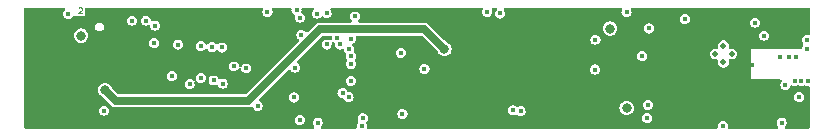
<source format=gbr>
%TF.GenerationSoftware,KiCad,Pcbnew,8.0.4*%
%TF.CreationDate,2024-09-10T00:37:33+02:00*%
%TF.ProjectId,ESP32_PICO_LED,45535033-325f-4504-9943-4f5f4c45442e,rev?*%
%TF.SameCoordinates,Original*%
%TF.FileFunction,Copper,L2,Inr*%
%TF.FilePolarity,Positive*%
%FSLAX46Y46*%
G04 Gerber Fmt 4.6, Leading zero omitted, Abs format (unit mm)*
G04 Created by KiCad (PCBNEW 8.0.4) date 2024-09-10 00:37:33*
%MOMM*%
%LPD*%
G01*
G04 APERTURE LIST*
%ADD10C,0.090000*%
%TA.AperFunction,NonConductor*%
%ADD11C,0.090000*%
%TD*%
%TA.AperFunction,ComponentPad*%
%ADD12C,0.500000*%
%TD*%
%TA.AperFunction,ViaPad*%
%ADD13C,0.450000*%
%TD*%
%TA.AperFunction,ViaPad*%
%ADD14C,0.800000*%
%TD*%
%TA.AperFunction,Conductor*%
%ADD15C,0.700000*%
%TD*%
G04 APERTURE END LIST*
D10*
D11*
X111004448Y-75851748D02*
X111028257Y-75827939D01*
X111028257Y-75827939D02*
X111075876Y-75804129D01*
X111075876Y-75804129D02*
X111194924Y-75804129D01*
X111194924Y-75804129D02*
X111242543Y-75827939D01*
X111242543Y-75827939D02*
X111266352Y-75851748D01*
X111266352Y-75851748D02*
X111290162Y-75899367D01*
X111290162Y-75899367D02*
X111290162Y-75946986D01*
X111290162Y-75946986D02*
X111266352Y-76018415D01*
X111266352Y-76018415D02*
X110980638Y-76304129D01*
X110980638Y-76304129D02*
X111290162Y-76304129D01*
D12*
%TO.N,GND*%
%TO.C,U5*%
X166300000Y-79750000D03*
X165600000Y-80450000D03*
X165600000Y-79050000D03*
X164900000Y-79750000D03*
%TD*%
D13*
%TO.N,GND*%
X138280000Y-79650000D03*
X158710000Y-79950000D03*
X120400000Y-82300000D03*
X154720000Y-81070000D03*
X145600000Y-76175000D03*
X131240000Y-85560000D03*
X134040000Y-82030000D03*
X172650000Y-79310000D03*
X172190000Y-82030000D03*
X171620000Y-82030000D03*
X170520000Y-85560000D03*
X110123320Y-76354946D03*
X113150000Y-84550000D03*
X171770000Y-79990000D03*
X171170000Y-80010000D03*
X138420000Y-84840000D03*
X170390000Y-79980000D03*
X125180000Y-80970000D03*
X140280000Y-81000000D03*
X117404732Y-78833694D03*
X154760000Y-78540000D03*
X172750000Y-82050000D03*
X168250000Y-77100000D03*
X126990000Y-76180000D03*
X126160000Y-84130000D03*
X146700000Y-76325000D03*
X172650000Y-78560000D03*
X165550000Y-85848000D03*
X119400000Y-78950000D03*
X170840000Y-82380000D03*
X129450000Y-76052000D03*
X172000000Y-83420000D03*
X117493254Y-77350000D03*
X134410000Y-76570000D03*
%TO.N,+3.3V*%
X133350000Y-85600000D03*
X166370000Y-76270000D03*
X162320000Y-78010000D03*
X168050000Y-80700008D03*
X136554016Y-76315416D03*
X115450000Y-78400000D03*
X171110000Y-79000000D03*
X129000000Y-85240000D03*
X168170000Y-82220000D03*
X158930000Y-81040000D03*
X133780000Y-81300000D03*
D14*
X144350000Y-79350000D03*
D13*
X132890000Y-76210000D03*
X158350000Y-77940000D03*
X119092049Y-76191350D03*
D14*
X144450000Y-80250000D03*
X144375007Y-81266134D03*
D13*
X127186992Y-80346992D03*
X127230000Y-78680000D03*
X147642862Y-81066800D03*
X161080000Y-76900000D03*
D14*
%TO.N,+5V*%
X113249964Y-82800000D03*
D13*
X147775000Y-84524996D03*
D14*
X141975742Y-79337407D03*
X157400000Y-84325000D03*
X156000000Y-77600000D03*
X111225000Y-78200000D03*
D13*
X148425000Y-84600000D03*
%TO.N,MIC_PDM_DATA*%
X133132462Y-78947394D03*
X115508609Y-76928114D03*
%TO.N,SWCLK*%
X134038827Y-79930196D03*
%TO.N,SWDIO*%
X133914296Y-79366212D03*
%TO.N,/esp32_wifi_section/IO9*%
X157390000Y-76210000D03*
X162320000Y-76800000D03*
%TO.N,MIC_PDM_CLK*%
X132850002Y-78415000D03*
X116691497Y-76928200D03*
%TO.N,BUTTON*%
X118890740Y-81629313D03*
X132000000Y-78947998D03*
%TO.N,QSPI_SD0*%
X123150000Y-79200000D03*
X123190000Y-82258928D03*
%TO.N,QSPI_SD3*%
X121340000Y-81760000D03*
X121340000Y-79100000D03*
%TO.N,Net-(U3-VREG_VOUT)*%
X129325000Y-80905000D03*
X134060450Y-80580306D03*
%TO.N,QSPI_CLK*%
X122290000Y-79140000D03*
X122430000Y-81990000D03*
%TO.N,/UART1_RX*%
X133860743Y-83414319D03*
X159150000Y-85200000D03*
%TO.N,Net-(U5-CHIP_EN)*%
X159290000Y-77590000D03*
X169050000Y-78200000D03*
%TO.N,Net-(U3-RUN)*%
X124150000Y-80800000D03*
X134050000Y-78450000D03*
%TO.N,/UART1_TX*%
X159200000Y-84050000D03*
X133350000Y-83071800D03*
%TO.N,LED_1_C*%
X129869818Y-78124166D03*
%TO.N,LED_1_D*%
X129748119Y-76676145D03*
%TO.N,LED_2_C*%
X132000000Y-76300000D03*
%TO.N,LED_2_D*%
X131196601Y-76331033D03*
%TO.N,LED_4_C*%
X134980000Y-85841402D03*
%TO.N,LED_4_D*%
X135060000Y-85200000D03*
%TO.N,LED_3_D*%
X129725002Y-85334998D03*
%TO.N,LED_3_C*%
X129241800Y-83433837D03*
%TD*%
D15*
%TO.N,+5V*%
X130322236Y-78767764D02*
X131450000Y-77640000D01*
X113249964Y-82800000D02*
X114169964Y-83720000D01*
X130322236Y-78770000D02*
X130322236Y-78767764D01*
X131450000Y-77640000D02*
X140278335Y-77640000D01*
X140278335Y-77640000D02*
X141975742Y-79337407D01*
X114169964Y-83720000D02*
X125372236Y-83720000D01*
X125372236Y-83720000D02*
X130322236Y-78770000D01*
%TD*%
%TA.AperFunction,Conductor*%
%TO.N,+3.3V*%
G36*
X109816694Y-75847185D02*
G01*
X109862449Y-75899989D01*
X109872393Y-75969147D01*
X109843368Y-76032703D01*
X109837336Y-76039181D01*
X109774796Y-76101720D01*
X109774793Y-76101724D01*
X109713599Y-76221824D01*
X109692516Y-76354943D01*
X109692516Y-76354948D01*
X109713599Y-76488067D01*
X109713600Y-76488070D01*
X109713601Y-76488072D01*
X109774792Y-76608166D01*
X109774793Y-76608167D01*
X109774796Y-76608171D01*
X109870094Y-76703469D01*
X109870098Y-76703472D01*
X109870100Y-76703474D01*
X109990194Y-76764665D01*
X109990196Y-76764665D01*
X109990198Y-76764666D01*
X110123318Y-76785750D01*
X110123320Y-76785750D01*
X110123322Y-76785750D01*
X110256441Y-76764666D01*
X110256441Y-76764665D01*
X110256446Y-76764665D01*
X110376540Y-76703474D01*
X110471848Y-76608166D01*
X110499620Y-76553659D01*
X110547591Y-76502866D01*
X110615412Y-76486070D01*
X110681547Y-76508606D01*
X110697784Y-76522275D01*
X110730138Y-76554629D01*
X111543990Y-76554629D01*
X111543990Y-75951500D01*
X111563675Y-75884461D01*
X111616479Y-75838706D01*
X111667990Y-75827500D01*
X126489709Y-75827500D01*
X126556748Y-75847185D01*
X126602503Y-75899989D01*
X126612447Y-75969147D01*
X126600194Y-76007792D01*
X126587977Y-76031768D01*
X126580279Y-76046877D01*
X126559196Y-76179997D01*
X126559196Y-76180002D01*
X126580279Y-76313121D01*
X126580280Y-76313124D01*
X126580281Y-76313126D01*
X126641472Y-76433220D01*
X126641473Y-76433221D01*
X126641476Y-76433225D01*
X126736774Y-76528523D01*
X126736778Y-76528526D01*
X126736780Y-76528528D01*
X126856874Y-76589719D01*
X126856876Y-76589719D01*
X126856878Y-76589720D01*
X126989998Y-76610804D01*
X126990000Y-76610804D01*
X126990002Y-76610804D01*
X127123121Y-76589720D01*
X127123121Y-76589719D01*
X127123126Y-76589719D01*
X127243220Y-76528528D01*
X127338528Y-76433220D01*
X127399719Y-76313126D01*
X127400512Y-76308121D01*
X127420804Y-76180002D01*
X127420804Y-76179997D01*
X127399720Y-76046877D01*
X127399719Y-76046875D01*
X127399719Y-76046874D01*
X127379806Y-76007793D01*
X127366910Y-75939126D01*
X127393186Y-75874386D01*
X127450292Y-75834128D01*
X127490291Y-75827500D01*
X128909568Y-75827500D01*
X128976607Y-75847185D01*
X129022362Y-75899989D01*
X129032306Y-75969147D01*
X129032041Y-75970898D01*
X129019196Y-76051997D01*
X129019196Y-76052002D01*
X129040279Y-76185121D01*
X129040280Y-76185124D01*
X129040281Y-76185126D01*
X129101472Y-76305220D01*
X129101473Y-76305221D01*
X129101476Y-76305225D01*
X129196774Y-76400523D01*
X129196777Y-76400525D01*
X129196780Y-76400528D01*
X129268435Y-76437038D01*
X129319231Y-76485011D01*
X129336026Y-76552832D01*
X129334614Y-76566919D01*
X129328081Y-76608171D01*
X129317316Y-76676142D01*
X129317315Y-76676147D01*
X129338398Y-76809266D01*
X129338399Y-76809269D01*
X129338400Y-76809271D01*
X129399591Y-76929365D01*
X129399592Y-76929366D01*
X129399595Y-76929370D01*
X129494893Y-77024668D01*
X129494897Y-77024671D01*
X129494899Y-77024673D01*
X129614993Y-77085864D01*
X129614995Y-77085864D01*
X129614997Y-77085865D01*
X129748117Y-77106949D01*
X129748119Y-77106949D01*
X129748121Y-77106949D01*
X129881240Y-77085865D01*
X129881240Y-77085864D01*
X129881245Y-77085864D01*
X130001339Y-77024673D01*
X130096647Y-76929365D01*
X130157838Y-76809271D01*
X130159306Y-76800002D01*
X130178923Y-76676147D01*
X130178923Y-76676142D01*
X130157839Y-76543023D01*
X130157838Y-76543021D01*
X130157838Y-76543019D01*
X130096647Y-76422925D01*
X130096645Y-76422923D01*
X130096642Y-76422919D01*
X130001344Y-76327621D01*
X130001341Y-76327619D01*
X130001339Y-76327617D01*
X129929681Y-76291105D01*
X129878887Y-76243132D01*
X129862092Y-76175311D01*
X129863505Y-76161224D01*
X129880804Y-76052002D01*
X129880804Y-76051997D01*
X129867959Y-75970898D01*
X129876914Y-75901604D01*
X129921910Y-75848153D01*
X129988661Y-75827513D01*
X129990432Y-75827500D01*
X130799023Y-75827500D01*
X130866062Y-75847185D01*
X130911817Y-75899989D01*
X130921761Y-75969147D01*
X130892736Y-76032703D01*
X130886704Y-76039181D01*
X130848077Y-76077807D01*
X130848074Y-76077811D01*
X130786880Y-76197911D01*
X130765797Y-76331030D01*
X130765797Y-76331035D01*
X130786880Y-76464154D01*
X130786881Y-76464157D01*
X130786882Y-76464159D01*
X130845741Y-76579676D01*
X130848074Y-76584254D01*
X130848077Y-76584258D01*
X130943375Y-76679556D01*
X130943379Y-76679559D01*
X130943381Y-76679561D01*
X131063475Y-76740752D01*
X131063477Y-76740752D01*
X131063479Y-76740753D01*
X131196599Y-76761837D01*
X131196601Y-76761837D01*
X131196603Y-76761837D01*
X131329722Y-76740753D01*
X131329722Y-76740752D01*
X131329727Y-76740752D01*
X131449821Y-76679561D01*
X131526136Y-76603245D01*
X131587456Y-76569761D01*
X131657148Y-76574745D01*
X131701497Y-76603246D01*
X131746774Y-76648523D01*
X131746778Y-76648526D01*
X131746780Y-76648528D01*
X131866874Y-76709719D01*
X131866876Y-76709719D01*
X131866878Y-76709720D01*
X131999998Y-76730804D01*
X132000000Y-76730804D01*
X132000002Y-76730804D01*
X132133121Y-76709720D01*
X132133121Y-76709719D01*
X132133126Y-76709719D01*
X132253220Y-76648528D01*
X132348528Y-76553220D01*
X132409719Y-76433126D01*
X132416505Y-76390281D01*
X132430804Y-76300002D01*
X132430804Y-76299997D01*
X132409720Y-76166878D01*
X132409719Y-76166876D01*
X132409719Y-76166874D01*
X132348528Y-76046780D01*
X132348526Y-76046778D01*
X132348523Y-76046774D01*
X132340930Y-76039181D01*
X132307445Y-75977858D01*
X132312429Y-75908166D01*
X132354301Y-75852233D01*
X132419765Y-75827816D01*
X132428611Y-75827500D01*
X145097161Y-75827500D01*
X145164200Y-75847185D01*
X145209955Y-75899989D01*
X145219899Y-75969147D01*
X145207647Y-76007790D01*
X145207645Y-76007796D01*
X145190279Y-76041878D01*
X145169196Y-76174997D01*
X145169196Y-76175002D01*
X145190279Y-76308121D01*
X145190280Y-76308124D01*
X145190281Y-76308126D01*
X145251472Y-76428220D01*
X145251473Y-76428221D01*
X145251476Y-76428225D01*
X145346774Y-76523523D01*
X145346778Y-76523526D01*
X145346780Y-76523528D01*
X145466874Y-76584719D01*
X145466876Y-76584719D01*
X145466878Y-76584720D01*
X145599998Y-76605804D01*
X145600000Y-76605804D01*
X145600002Y-76605804D01*
X145733121Y-76584720D01*
X145733121Y-76584719D01*
X145733126Y-76584719D01*
X145853220Y-76523528D01*
X145948528Y-76428220D01*
X146009719Y-76308126D01*
X146009720Y-76308121D01*
X146030804Y-76175002D01*
X146030804Y-76174997D01*
X146009720Y-76041878D01*
X146009719Y-76041876D01*
X146009719Y-76041874D01*
X145992353Y-76007792D01*
X145979458Y-75939126D01*
X146005734Y-75874385D01*
X146062841Y-75834128D01*
X146102839Y-75827500D01*
X146296389Y-75827500D01*
X146363428Y-75847185D01*
X146409183Y-75899989D01*
X146419127Y-75969147D01*
X146390102Y-76032703D01*
X146384070Y-76039181D01*
X146351476Y-76071774D01*
X146351473Y-76071778D01*
X146290279Y-76191878D01*
X146269196Y-76324997D01*
X146269196Y-76325002D01*
X146290279Y-76458121D01*
X146290280Y-76458124D01*
X146290281Y-76458126D01*
X146351472Y-76578220D01*
X146351473Y-76578221D01*
X146351476Y-76578225D01*
X146446774Y-76673523D01*
X146446778Y-76673526D01*
X146446780Y-76673528D01*
X146566874Y-76734719D01*
X146566876Y-76734719D01*
X146566878Y-76734720D01*
X146699998Y-76755804D01*
X146700000Y-76755804D01*
X146700002Y-76755804D01*
X146833121Y-76734720D01*
X146833121Y-76734719D01*
X146833126Y-76734719D01*
X146953220Y-76673528D01*
X147048528Y-76578220D01*
X147109719Y-76458126D01*
X147113059Y-76437037D01*
X147130804Y-76325002D01*
X147130804Y-76324997D01*
X147109720Y-76191878D01*
X147109719Y-76191876D01*
X147109719Y-76191874D01*
X147048528Y-76071780D01*
X147048526Y-76071778D01*
X147048523Y-76071774D01*
X147015930Y-76039181D01*
X146982445Y-75977858D01*
X146987429Y-75908166D01*
X147029301Y-75852233D01*
X147094765Y-75827816D01*
X147103611Y-75827500D01*
X156904994Y-75827500D01*
X156972033Y-75847185D01*
X157017788Y-75899989D01*
X157027732Y-75969147D01*
X157015479Y-76007794D01*
X156980279Y-76076876D01*
X156959196Y-76209997D01*
X156959196Y-76210002D01*
X156980279Y-76343121D01*
X156980280Y-76343124D01*
X156980281Y-76343126D01*
X157041472Y-76463220D01*
X157041473Y-76463221D01*
X157041476Y-76463225D01*
X157136774Y-76558523D01*
X157136778Y-76558526D01*
X157136780Y-76558528D01*
X157256874Y-76619719D01*
X157256876Y-76619719D01*
X157256878Y-76619720D01*
X157389998Y-76640804D01*
X157390000Y-76640804D01*
X157390002Y-76640804D01*
X157523121Y-76619720D01*
X157523121Y-76619719D01*
X157523126Y-76619719D01*
X157643220Y-76558528D01*
X157738528Y-76463220D01*
X157799719Y-76343126D01*
X157801634Y-76331035D01*
X157820804Y-76210002D01*
X157820804Y-76209997D01*
X157799720Y-76076876D01*
X157764521Y-76007794D01*
X157751625Y-75939125D01*
X157777902Y-75874385D01*
X157835008Y-75834128D01*
X157875006Y-75827500D01*
X172826000Y-75827500D01*
X172893039Y-75847185D01*
X172938794Y-75899989D01*
X172950000Y-75951500D01*
X172950000Y-78033830D01*
X172930315Y-78100869D01*
X172877511Y-78146624D01*
X172808353Y-78156568D01*
X172787681Y-78151761D01*
X172783122Y-78150279D01*
X172650002Y-78129196D01*
X172649998Y-78129196D01*
X172516878Y-78150279D01*
X172396778Y-78211473D01*
X172396774Y-78211476D01*
X172301476Y-78306774D01*
X172301473Y-78306778D01*
X172301472Y-78306780D01*
X172250470Y-78406878D01*
X172240279Y-78426878D01*
X172219196Y-78559997D01*
X172219196Y-78560002D01*
X172240279Y-78693121D01*
X172240280Y-78693124D01*
X172240281Y-78693126D01*
X172301472Y-78813220D01*
X172301473Y-78813221D01*
X172301476Y-78813225D01*
X172335570Y-78847319D01*
X172369055Y-78908642D01*
X172364071Y-78978334D01*
X172335570Y-79022681D01*
X172301476Y-79056774D01*
X172301473Y-79056778D01*
X172240280Y-79176876D01*
X172237348Y-79195395D01*
X172207420Y-79258531D01*
X172148109Y-79295463D01*
X172114874Y-79300000D01*
X167950000Y-79300000D01*
X167950000Y-81900000D01*
X170418889Y-81900000D01*
X170485928Y-81919685D01*
X170531683Y-81972489D01*
X170541627Y-82041647D01*
X170512602Y-82105203D01*
X170506570Y-82111681D01*
X170491476Y-82126774D01*
X170491473Y-82126778D01*
X170430279Y-82246878D01*
X170409196Y-82379997D01*
X170409196Y-82380002D01*
X170430279Y-82513121D01*
X170430280Y-82513124D01*
X170430281Y-82513126D01*
X170478344Y-82607454D01*
X170491473Y-82633221D01*
X170491476Y-82633225D01*
X170586774Y-82728523D01*
X170586778Y-82728526D01*
X170586780Y-82728528D01*
X170706874Y-82789719D01*
X170706876Y-82789719D01*
X170706878Y-82789720D01*
X170839998Y-82810804D01*
X170840000Y-82810804D01*
X170840002Y-82810804D01*
X170973121Y-82789720D01*
X170973121Y-82789719D01*
X170973126Y-82789719D01*
X171093220Y-82728528D01*
X171188528Y-82633220D01*
X171249719Y-82513126D01*
X171251487Y-82501959D01*
X171281415Y-82438825D01*
X171340725Y-82401892D01*
X171410588Y-82402888D01*
X171430249Y-82410867D01*
X171486874Y-82439719D01*
X171486876Y-82439719D01*
X171486878Y-82439720D01*
X171619998Y-82460804D01*
X171620000Y-82460804D01*
X171620002Y-82460804D01*
X171753121Y-82439720D01*
X171753121Y-82439719D01*
X171753126Y-82439719D01*
X171848708Y-82391017D01*
X171917374Y-82378122D01*
X171961290Y-82391016D01*
X172056874Y-82439719D01*
X172056876Y-82439719D01*
X172056878Y-82439720D01*
X172189998Y-82460804D01*
X172190000Y-82460804D01*
X172190002Y-82460804D01*
X172323122Y-82439720D01*
X172323123Y-82439719D01*
X172323126Y-82439719D01*
X172394082Y-82403565D01*
X172462746Y-82390669D01*
X172506662Y-82403563D01*
X172616874Y-82459719D01*
X172616876Y-82459719D01*
X172616878Y-82459720D01*
X172749998Y-82480804D01*
X172750000Y-82480804D01*
X172750001Y-82480804D01*
X172768768Y-82477831D01*
X172806602Y-82471839D01*
X172875895Y-82480793D01*
X172929347Y-82525789D01*
X172949987Y-82592541D01*
X172950000Y-82594312D01*
X172950000Y-85948500D01*
X172930315Y-86015539D01*
X172877511Y-86061294D01*
X172826000Y-86072500D01*
X170908611Y-86072500D01*
X170841572Y-86052815D01*
X170795817Y-86000011D01*
X170785873Y-85930853D01*
X170814898Y-85867297D01*
X170820930Y-85860819D01*
X170868523Y-85813225D01*
X170868528Y-85813220D01*
X170929719Y-85693126D01*
X170929720Y-85693121D01*
X170950804Y-85560002D01*
X170950804Y-85559997D01*
X170929720Y-85426878D01*
X170929719Y-85426876D01*
X170929719Y-85426874D01*
X170868528Y-85306780D01*
X170868526Y-85306778D01*
X170868523Y-85306774D01*
X170773225Y-85211476D01*
X170773221Y-85211473D01*
X170773220Y-85211472D01*
X170653126Y-85150281D01*
X170653124Y-85150280D01*
X170653121Y-85150279D01*
X170520002Y-85129196D01*
X170519998Y-85129196D01*
X170386878Y-85150279D01*
X170266778Y-85211473D01*
X170266774Y-85211476D01*
X170171476Y-85306774D01*
X170171473Y-85306778D01*
X170110279Y-85426878D01*
X170089196Y-85559997D01*
X170089196Y-85560002D01*
X170110279Y-85693121D01*
X170110280Y-85693124D01*
X170110281Y-85693126D01*
X170171472Y-85813220D01*
X170171473Y-85813221D01*
X170171476Y-85813225D01*
X170219070Y-85860819D01*
X170252555Y-85922142D01*
X170247571Y-85991834D01*
X170205699Y-86047767D01*
X170140235Y-86072184D01*
X170131389Y-86072500D01*
X166090432Y-86072500D01*
X166023393Y-86052815D01*
X165977638Y-86000011D01*
X165967694Y-85930853D01*
X165967959Y-85929102D01*
X165980804Y-85848002D01*
X165980804Y-85847997D01*
X165959720Y-85714878D01*
X165959719Y-85714876D01*
X165959719Y-85714874D01*
X165898528Y-85594780D01*
X165898526Y-85594778D01*
X165898523Y-85594774D01*
X165803225Y-85499476D01*
X165803221Y-85499473D01*
X165803220Y-85499472D01*
X165683126Y-85438281D01*
X165683124Y-85438280D01*
X165683121Y-85438279D01*
X165550002Y-85417196D01*
X165549998Y-85417196D01*
X165416878Y-85438279D01*
X165296778Y-85499473D01*
X165296774Y-85499476D01*
X165201476Y-85594774D01*
X165201473Y-85594778D01*
X165140279Y-85714878D01*
X165119196Y-85847997D01*
X165119196Y-85848002D01*
X165132041Y-85929102D01*
X165123086Y-85998396D01*
X165078090Y-86051847D01*
X165011339Y-86072487D01*
X165009568Y-86072500D01*
X135519387Y-86072500D01*
X135452348Y-86052815D01*
X135406593Y-86000011D01*
X135396649Y-85930853D01*
X135396914Y-85929102D01*
X135410804Y-85841404D01*
X135410804Y-85841399D01*
X135389720Y-85708280D01*
X135389719Y-85708278D01*
X135389719Y-85708276D01*
X135350875Y-85632041D01*
X135337980Y-85563375D01*
X135364256Y-85498634D01*
X135373681Y-85488067D01*
X135408524Y-85453224D01*
X135408528Y-85453220D01*
X135469719Y-85333126D01*
X135482929Y-85249720D01*
X135490804Y-85200002D01*
X135490804Y-85199997D01*
X135469720Y-85066878D01*
X135469719Y-85066876D01*
X135469719Y-85066874D01*
X135408528Y-84946780D01*
X135408526Y-84946778D01*
X135408523Y-84946774D01*
X135313225Y-84851476D01*
X135313221Y-84851473D01*
X135313220Y-84851472D01*
X135290699Y-84839997D01*
X137989196Y-84839997D01*
X137989196Y-84840002D01*
X138010279Y-84973121D01*
X138010280Y-84973124D01*
X138010281Y-84973126D01*
X138071472Y-85093220D01*
X138071473Y-85093221D01*
X138071476Y-85093225D01*
X138166774Y-85188523D01*
X138166778Y-85188526D01*
X138166780Y-85188528D01*
X138286874Y-85249719D01*
X138286876Y-85249719D01*
X138286878Y-85249720D01*
X138419998Y-85270804D01*
X138420000Y-85270804D01*
X138420002Y-85270804D01*
X138553121Y-85249720D01*
X138553121Y-85249719D01*
X138553126Y-85249719D01*
X138650711Y-85199997D01*
X158719196Y-85199997D01*
X158719196Y-85200002D01*
X158740279Y-85333121D01*
X158740280Y-85333124D01*
X158740281Y-85333126D01*
X158801472Y-85453220D01*
X158801473Y-85453221D01*
X158801476Y-85453225D01*
X158896774Y-85548523D01*
X158896778Y-85548526D01*
X158896780Y-85548528D01*
X159016874Y-85609719D01*
X159016876Y-85609719D01*
X159016878Y-85609720D01*
X159149998Y-85630804D01*
X159150000Y-85630804D01*
X159150002Y-85630804D01*
X159283121Y-85609720D01*
X159283121Y-85609719D01*
X159283126Y-85609719D01*
X159403220Y-85548528D01*
X159498528Y-85453220D01*
X159559719Y-85333126D01*
X159572929Y-85249720D01*
X159580804Y-85200002D01*
X159580804Y-85199997D01*
X159559720Y-85066878D01*
X159559719Y-85066876D01*
X159559719Y-85066874D01*
X159498528Y-84946780D01*
X159498526Y-84946778D01*
X159498523Y-84946774D01*
X159403225Y-84851476D01*
X159403221Y-84851473D01*
X159403220Y-84851472D01*
X159283126Y-84790281D01*
X159283124Y-84790280D01*
X159283121Y-84790279D01*
X159150002Y-84769196D01*
X159149998Y-84769196D01*
X159016878Y-84790279D01*
X158896778Y-84851473D01*
X158896774Y-84851476D01*
X158801476Y-84946774D01*
X158801473Y-84946778D01*
X158740279Y-85066878D01*
X158719196Y-85199997D01*
X138650711Y-85199997D01*
X138673220Y-85188528D01*
X138768528Y-85093220D01*
X138829719Y-84973126D01*
X138829720Y-84973121D01*
X138850804Y-84840002D01*
X138850804Y-84839997D01*
X138829720Y-84706878D01*
X138829719Y-84706876D01*
X138829719Y-84706874D01*
X138768528Y-84586780D01*
X138768526Y-84586778D01*
X138768523Y-84586774D01*
X138706742Y-84524993D01*
X147344196Y-84524993D01*
X147344196Y-84524998D01*
X147365279Y-84658117D01*
X147365280Y-84658120D01*
X147365281Y-84658122D01*
X147426472Y-84778216D01*
X147426473Y-84778217D01*
X147426476Y-84778221D01*
X147521774Y-84873519D01*
X147521778Y-84873522D01*
X147521780Y-84873524D01*
X147641874Y-84934715D01*
X147641876Y-84934715D01*
X147641878Y-84934716D01*
X147774998Y-84955800D01*
X147775000Y-84955800D01*
X147775002Y-84955800D01*
X147908121Y-84934716D01*
X147908121Y-84934715D01*
X147908126Y-84934715D01*
X147993364Y-84891283D01*
X148062033Y-84878388D01*
X148126773Y-84904665D01*
X148137339Y-84914088D01*
X148171774Y-84948523D01*
X148171778Y-84948526D01*
X148171780Y-84948528D01*
X148291874Y-85009719D01*
X148291876Y-85009719D01*
X148291878Y-85009720D01*
X148424998Y-85030804D01*
X148425000Y-85030804D01*
X148425002Y-85030804D01*
X148558121Y-85009720D01*
X148558121Y-85009719D01*
X148558126Y-85009719D01*
X148678220Y-84948528D01*
X148773528Y-84853220D01*
X148834719Y-84733126D01*
X148842639Y-84683121D01*
X148855804Y-84600002D01*
X148855804Y-84599997D01*
X148834720Y-84466878D01*
X148834719Y-84466876D01*
X148834719Y-84466874D01*
X148773528Y-84346780D01*
X148773526Y-84346778D01*
X148773523Y-84346774D01*
X148751747Y-84324998D01*
X156794318Y-84324998D01*
X156794318Y-84325001D01*
X156814955Y-84481760D01*
X156814956Y-84481762D01*
X156863930Y-84599997D01*
X156875464Y-84627841D01*
X156971718Y-84753282D01*
X157097159Y-84849536D01*
X157243238Y-84910044D01*
X157321619Y-84920363D01*
X157399999Y-84930682D01*
X157400000Y-84930682D01*
X157400001Y-84930682D01*
X157452254Y-84923802D01*
X157556762Y-84910044D01*
X157702841Y-84849536D01*
X157828282Y-84753282D01*
X157924536Y-84627841D01*
X157985044Y-84481762D01*
X158005682Y-84325000D01*
X158001112Y-84290290D01*
X157985044Y-84168239D01*
X157985044Y-84168238D01*
X157936067Y-84049997D01*
X158769196Y-84049997D01*
X158769196Y-84050002D01*
X158790279Y-84183121D01*
X158790280Y-84183124D01*
X158790281Y-84183126D01*
X158840865Y-84282402D01*
X158851473Y-84303221D01*
X158851476Y-84303225D01*
X158946774Y-84398523D01*
X158946778Y-84398526D01*
X158946780Y-84398528D01*
X159066874Y-84459719D01*
X159066876Y-84459719D01*
X159066878Y-84459720D01*
X159199998Y-84480804D01*
X159200000Y-84480804D01*
X159200002Y-84480804D01*
X159333121Y-84459720D01*
X159333121Y-84459719D01*
X159333126Y-84459719D01*
X159453220Y-84398528D01*
X159548528Y-84303220D01*
X159609719Y-84183126D01*
X159610773Y-84176471D01*
X159630804Y-84050002D01*
X159630804Y-84049997D01*
X159609720Y-83916878D01*
X159609719Y-83916876D01*
X159609719Y-83916874D01*
X159548528Y-83796780D01*
X159548526Y-83796778D01*
X159548523Y-83796774D01*
X159453225Y-83701476D01*
X159453221Y-83701473D01*
X159453220Y-83701472D01*
X159333126Y-83640281D01*
X159333124Y-83640280D01*
X159333121Y-83640279D01*
X159200002Y-83619196D01*
X159199998Y-83619196D01*
X159066878Y-83640279D01*
X158946778Y-83701473D01*
X158946774Y-83701476D01*
X158851476Y-83796774D01*
X158851473Y-83796778D01*
X158790279Y-83916878D01*
X158769196Y-84049997D01*
X157936067Y-84049997D01*
X157924536Y-84022159D01*
X157828282Y-83896718D01*
X157702841Y-83800464D01*
X157693942Y-83796778D01*
X157556762Y-83739956D01*
X157556760Y-83739955D01*
X157400001Y-83719318D01*
X157399999Y-83719318D01*
X157243239Y-83739955D01*
X157243237Y-83739956D01*
X157097160Y-83800463D01*
X156971718Y-83896718D01*
X156875463Y-84022160D01*
X156814956Y-84168237D01*
X156814955Y-84168239D01*
X156794318Y-84324998D01*
X148751747Y-84324998D01*
X148678225Y-84251476D01*
X148678221Y-84251473D01*
X148678220Y-84251472D01*
X148558126Y-84190281D01*
X148558124Y-84190280D01*
X148558121Y-84190279D01*
X148425002Y-84169196D01*
X148424998Y-84169196D01*
X148291876Y-84190279D01*
X148206635Y-84233712D01*
X148137966Y-84246608D01*
X148073226Y-84220331D01*
X148062659Y-84210907D01*
X148028224Y-84176471D01*
X148028221Y-84176469D01*
X148028220Y-84176468D01*
X147908126Y-84115277D01*
X147908124Y-84115276D01*
X147908121Y-84115275D01*
X147775002Y-84094192D01*
X147774998Y-84094192D01*
X147641878Y-84115275D01*
X147521778Y-84176469D01*
X147521774Y-84176472D01*
X147426476Y-84271770D01*
X147426473Y-84271774D01*
X147365279Y-84391874D01*
X147344196Y-84524993D01*
X138706742Y-84524993D01*
X138673225Y-84491476D01*
X138673221Y-84491473D01*
X138673220Y-84491472D01*
X138553126Y-84430281D01*
X138553124Y-84430280D01*
X138553121Y-84430279D01*
X138420002Y-84409196D01*
X138419998Y-84409196D01*
X138286878Y-84430279D01*
X138166778Y-84491473D01*
X138166774Y-84491476D01*
X138071476Y-84586774D01*
X138071473Y-84586778D01*
X138010279Y-84706878D01*
X137989196Y-84839997D01*
X135290699Y-84839997D01*
X135193126Y-84790281D01*
X135193124Y-84790280D01*
X135193121Y-84790279D01*
X135060002Y-84769196D01*
X135059998Y-84769196D01*
X134926878Y-84790279D01*
X134806778Y-84851473D01*
X134806774Y-84851476D01*
X134711476Y-84946774D01*
X134711473Y-84946778D01*
X134650279Y-85066878D01*
X134629196Y-85199997D01*
X134629196Y-85200002D01*
X134650279Y-85333123D01*
X134689123Y-85409358D01*
X134702019Y-85478027D01*
X134675742Y-85542767D01*
X134666320Y-85553332D01*
X134631476Y-85588176D01*
X134631473Y-85588180D01*
X134570279Y-85708280D01*
X134549196Y-85841399D01*
X134549196Y-85841404D01*
X134563086Y-85929102D01*
X134554131Y-85998396D01*
X134509135Y-86051848D01*
X134442384Y-86072487D01*
X134440613Y-86072500D01*
X131628611Y-86072500D01*
X131561572Y-86052815D01*
X131515817Y-86000011D01*
X131505873Y-85930853D01*
X131534898Y-85867297D01*
X131540930Y-85860819D01*
X131588523Y-85813225D01*
X131588528Y-85813220D01*
X131649719Y-85693126D01*
X131649720Y-85693121D01*
X131670804Y-85560002D01*
X131670804Y-85559997D01*
X131649720Y-85426878D01*
X131649719Y-85426876D01*
X131649719Y-85426874D01*
X131588528Y-85306780D01*
X131588526Y-85306778D01*
X131588523Y-85306774D01*
X131493225Y-85211476D01*
X131493221Y-85211473D01*
X131493220Y-85211472D01*
X131373126Y-85150281D01*
X131373124Y-85150280D01*
X131373121Y-85150279D01*
X131240002Y-85129196D01*
X131239998Y-85129196D01*
X131106878Y-85150279D01*
X130986778Y-85211473D01*
X130986774Y-85211476D01*
X130891476Y-85306774D01*
X130891473Y-85306778D01*
X130830279Y-85426878D01*
X130809196Y-85559997D01*
X130809196Y-85560002D01*
X130830279Y-85693121D01*
X130830280Y-85693124D01*
X130830281Y-85693126D01*
X130891472Y-85813220D01*
X130891473Y-85813221D01*
X130891476Y-85813225D01*
X130939070Y-85860819D01*
X130972555Y-85922142D01*
X130967571Y-85991834D01*
X130925699Y-86047767D01*
X130860235Y-86072184D01*
X130851389Y-86072500D01*
X106501500Y-86072500D01*
X106434461Y-86052815D01*
X106388706Y-86000011D01*
X106377500Y-85948500D01*
X106377500Y-85334995D01*
X129294198Y-85334995D01*
X129294198Y-85335000D01*
X129315281Y-85468119D01*
X129315282Y-85468122D01*
X129315283Y-85468124D01*
X129363816Y-85563375D01*
X129376475Y-85588219D01*
X129376478Y-85588223D01*
X129471776Y-85683521D01*
X129471780Y-85683524D01*
X129471782Y-85683526D01*
X129591876Y-85744717D01*
X129591878Y-85744717D01*
X129591880Y-85744718D01*
X129725000Y-85765802D01*
X129725002Y-85765802D01*
X129725004Y-85765802D01*
X129858123Y-85744718D01*
X129858123Y-85744717D01*
X129858128Y-85744717D01*
X129978222Y-85683526D01*
X130073530Y-85588218D01*
X130134721Y-85468124D01*
X130137081Y-85453224D01*
X130155806Y-85335000D01*
X130155806Y-85334995D01*
X130134722Y-85201876D01*
X130134721Y-85201874D01*
X130134721Y-85201872D01*
X130073530Y-85081778D01*
X130073528Y-85081776D01*
X130073525Y-85081772D01*
X129978227Y-84986474D01*
X129978223Y-84986471D01*
X129978222Y-84986470D01*
X129858128Y-84925279D01*
X129858126Y-84925278D01*
X129858123Y-84925277D01*
X129725004Y-84904194D01*
X129725000Y-84904194D01*
X129591880Y-84925277D01*
X129471780Y-84986471D01*
X129471776Y-84986474D01*
X129376478Y-85081772D01*
X129376475Y-85081776D01*
X129315281Y-85201876D01*
X129294198Y-85334995D01*
X106377500Y-85334995D01*
X106377500Y-84549997D01*
X112719196Y-84549997D01*
X112719196Y-84550002D01*
X112740279Y-84683121D01*
X112740280Y-84683124D01*
X112740281Y-84683126D01*
X112801472Y-84803220D01*
X112801473Y-84803221D01*
X112801476Y-84803225D01*
X112896774Y-84898523D01*
X112896778Y-84898526D01*
X112896780Y-84898528D01*
X113016874Y-84959719D01*
X113016876Y-84959719D01*
X113016878Y-84959720D01*
X113149998Y-84980804D01*
X113150000Y-84980804D01*
X113150002Y-84980804D01*
X113283121Y-84959720D01*
X113283121Y-84959719D01*
X113283126Y-84959719D01*
X113403220Y-84898528D01*
X113498528Y-84803220D01*
X113559719Y-84683126D01*
X113563680Y-84658117D01*
X113580804Y-84550002D01*
X113580804Y-84549997D01*
X113559720Y-84416878D01*
X113559719Y-84416876D01*
X113559719Y-84416874D01*
X113498528Y-84296780D01*
X113498526Y-84296778D01*
X113498523Y-84296774D01*
X113403225Y-84201476D01*
X113403221Y-84201473D01*
X113403220Y-84201472D01*
X113283126Y-84140281D01*
X113283124Y-84140280D01*
X113283121Y-84140279D01*
X113150002Y-84119196D01*
X113149998Y-84119196D01*
X113016878Y-84140279D01*
X112896778Y-84201473D01*
X112896774Y-84201476D01*
X112801476Y-84296774D01*
X112801473Y-84296778D01*
X112740279Y-84416878D01*
X112719196Y-84549997D01*
X106377500Y-84549997D01*
X106377500Y-82799998D01*
X112644282Y-82799998D01*
X112644282Y-82800001D01*
X112664919Y-82956760D01*
X112664920Y-82956762D01*
X112712434Y-83071472D01*
X112725428Y-83102841D01*
X112821682Y-83228282D01*
X112947123Y-83324536D01*
X112947124Y-83324536D01*
X112947125Y-83324537D01*
X113007730Y-83349640D01*
X113047959Y-83376520D01*
X113831949Y-84160510D01*
X113939320Y-84222500D01*
X113957479Y-84232984D01*
X114097489Y-84270500D01*
X114097492Y-84270500D01*
X125444708Y-84270500D01*
X125444710Y-84270500D01*
X125444711Y-84270500D01*
X125584721Y-84232984D01*
X125587616Y-84231312D01*
X125590367Y-84230644D01*
X125592231Y-84229873D01*
X125592351Y-84230163D01*
X125655514Y-84214838D01*
X125721542Y-84237688D01*
X125760102Y-84282402D01*
X125811471Y-84383218D01*
X125811476Y-84383225D01*
X125906774Y-84478523D01*
X125906778Y-84478526D01*
X125906780Y-84478528D01*
X126026874Y-84539719D01*
X126026876Y-84539719D01*
X126026878Y-84539720D01*
X126159998Y-84560804D01*
X126160000Y-84560804D01*
X126160002Y-84560804D01*
X126293121Y-84539720D01*
X126293121Y-84539719D01*
X126293126Y-84539719D01*
X126413220Y-84478528D01*
X126508528Y-84383220D01*
X126569719Y-84263126D01*
X126574493Y-84232983D01*
X126590804Y-84130002D01*
X126590804Y-84129997D01*
X126569720Y-83996878D01*
X126569719Y-83996876D01*
X126569719Y-83996874D01*
X126508528Y-83876780D01*
X126508526Y-83876778D01*
X126508523Y-83876774D01*
X126413225Y-83781476D01*
X126413222Y-83781474D01*
X126413220Y-83781472D01*
X126350694Y-83749613D01*
X126299900Y-83701640D01*
X126283105Y-83633819D01*
X126305642Y-83567684D01*
X126319304Y-83551455D01*
X126436925Y-83433834D01*
X128810996Y-83433834D01*
X128810996Y-83433839D01*
X128832079Y-83566958D01*
X128832080Y-83566961D01*
X128832081Y-83566963D01*
X128893272Y-83687057D01*
X128893273Y-83687058D01*
X128893276Y-83687062D01*
X128988574Y-83782360D01*
X128988578Y-83782363D01*
X128988580Y-83782365D01*
X129108674Y-83843556D01*
X129108676Y-83843556D01*
X129108678Y-83843557D01*
X129241798Y-83864641D01*
X129241800Y-83864641D01*
X129241802Y-83864641D01*
X129374921Y-83843557D01*
X129374921Y-83843556D01*
X129374926Y-83843556D01*
X129495020Y-83782365D01*
X129590328Y-83687057D01*
X129651519Y-83566963D01*
X129653711Y-83553126D01*
X129672604Y-83433839D01*
X129672604Y-83433834D01*
X129651520Y-83300715D01*
X129651519Y-83300713D01*
X129651519Y-83300711D01*
X129590328Y-83180617D01*
X129590326Y-83180615D01*
X129590323Y-83180611D01*
X129495025Y-83085313D01*
X129495021Y-83085310D01*
X129495020Y-83085309D01*
X129468501Y-83071797D01*
X132919196Y-83071797D01*
X132919196Y-83071802D01*
X132940279Y-83204921D01*
X132940280Y-83204924D01*
X132940281Y-83204926D01*
X133001226Y-83324537D01*
X133001473Y-83325021D01*
X133001476Y-83325025D01*
X133096774Y-83420323D01*
X133096778Y-83420326D01*
X133096780Y-83420328D01*
X133216874Y-83481519D01*
X133216876Y-83481519D01*
X133216878Y-83481520D01*
X133349998Y-83502604D01*
X133352189Y-83502604D01*
X133354754Y-83503357D01*
X133359639Y-83504131D01*
X133359539Y-83504762D01*
X133419228Y-83522289D01*
X133462673Y-83570308D01*
X133512215Y-83667539D01*
X133512217Y-83667541D01*
X133512219Y-83667544D01*
X133607517Y-83762842D01*
X133607521Y-83762845D01*
X133607523Y-83762847D01*
X133727617Y-83824038D01*
X133727619Y-83824038D01*
X133727621Y-83824039D01*
X133860741Y-83845123D01*
X133860743Y-83845123D01*
X133860745Y-83845123D01*
X133993864Y-83824039D01*
X133993864Y-83824038D01*
X133993869Y-83824038D01*
X134113963Y-83762847D01*
X134209271Y-83667539D01*
X134270462Y-83547445D01*
X134270463Y-83547440D01*
X134290648Y-83419997D01*
X171569196Y-83419997D01*
X171569196Y-83420002D01*
X171590279Y-83553121D01*
X171590280Y-83553124D01*
X171590281Y-83553126D01*
X171648578Y-83667540D01*
X171651473Y-83673221D01*
X171651476Y-83673225D01*
X171746774Y-83768523D01*
X171746778Y-83768526D01*
X171746780Y-83768528D01*
X171866874Y-83829719D01*
X171866876Y-83829719D01*
X171866878Y-83829720D01*
X171999998Y-83850804D01*
X172000000Y-83850804D01*
X172000002Y-83850804D01*
X172133121Y-83829720D01*
X172133121Y-83829719D01*
X172133126Y-83829719D01*
X172253220Y-83768528D01*
X172348528Y-83673220D01*
X172409719Y-83553126D01*
X172417721Y-83502604D01*
X172430804Y-83420002D01*
X172430804Y-83419997D01*
X172409720Y-83286878D01*
X172409719Y-83286876D01*
X172409719Y-83286874D01*
X172348528Y-83166780D01*
X172348526Y-83166778D01*
X172348523Y-83166774D01*
X172253225Y-83071476D01*
X172253221Y-83071473D01*
X172253220Y-83071472D01*
X172133126Y-83010281D01*
X172133124Y-83010280D01*
X172133121Y-83010279D01*
X172000002Y-82989196D01*
X171999998Y-82989196D01*
X171866878Y-83010279D01*
X171746778Y-83071473D01*
X171746774Y-83071476D01*
X171651476Y-83166774D01*
X171651473Y-83166778D01*
X171590279Y-83286878D01*
X171569196Y-83419997D01*
X134290648Y-83419997D01*
X134291547Y-83414321D01*
X134291547Y-83414316D01*
X134270463Y-83281197D01*
X134270462Y-83281195D01*
X134270462Y-83281193D01*
X134209271Y-83161099D01*
X134209269Y-83161097D01*
X134209266Y-83161093D01*
X134113968Y-83065795D01*
X134113964Y-83065792D01*
X134113963Y-83065791D01*
X133993869Y-83004600D01*
X133993867Y-83004599D01*
X133993864Y-83004598D01*
X133860745Y-82983515D01*
X133858553Y-82983515D01*
X133855985Y-82982761D01*
X133851104Y-82981988D01*
X133851203Y-82981357D01*
X133791514Y-82963830D01*
X133748069Y-82915810D01*
X133698528Y-82818580D01*
X133698525Y-82818577D01*
X133698523Y-82818574D01*
X133603225Y-82723276D01*
X133603221Y-82723273D01*
X133603220Y-82723272D01*
X133483126Y-82662081D01*
X133483124Y-82662080D01*
X133483121Y-82662079D01*
X133350002Y-82640996D01*
X133349998Y-82640996D01*
X133216878Y-82662079D01*
X133096778Y-82723273D01*
X133096774Y-82723276D01*
X133001476Y-82818574D01*
X133001473Y-82818578D01*
X132940279Y-82938678D01*
X132919196Y-83071797D01*
X129468501Y-83071797D01*
X129374926Y-83024118D01*
X129374924Y-83024117D01*
X129374921Y-83024116D01*
X129241802Y-83003033D01*
X129241798Y-83003033D01*
X129108678Y-83024116D01*
X128988578Y-83085310D01*
X128988574Y-83085313D01*
X128893276Y-83180611D01*
X128893273Y-83180615D01*
X128832079Y-83300715D01*
X128810996Y-83433834D01*
X126436925Y-83433834D01*
X127840762Y-82029997D01*
X133609196Y-82029997D01*
X133609196Y-82030002D01*
X133630279Y-82163121D01*
X133630280Y-82163124D01*
X133630281Y-82163126D01*
X133691472Y-82283220D01*
X133691473Y-82283221D01*
X133691476Y-82283225D01*
X133786774Y-82378523D01*
X133786778Y-82378526D01*
X133786780Y-82378528D01*
X133906874Y-82439719D01*
X133906876Y-82439719D01*
X133906878Y-82439720D01*
X134039998Y-82460804D01*
X134040000Y-82460804D01*
X134040002Y-82460804D01*
X134173121Y-82439720D01*
X134173121Y-82439719D01*
X134173126Y-82439719D01*
X134293220Y-82378528D01*
X134388528Y-82283220D01*
X134449719Y-82163126D01*
X134455631Y-82125802D01*
X134470804Y-82030002D01*
X134470804Y-82029997D01*
X134449720Y-81896878D01*
X134449719Y-81896876D01*
X134449719Y-81896874D01*
X134388528Y-81776780D01*
X134388526Y-81776778D01*
X134388523Y-81776774D01*
X134293225Y-81681476D01*
X134293221Y-81681473D01*
X134293220Y-81681472D01*
X134173126Y-81620281D01*
X134173124Y-81620280D01*
X134173121Y-81620279D01*
X134040002Y-81599196D01*
X134039998Y-81599196D01*
X133906878Y-81620279D01*
X133786778Y-81681473D01*
X133786774Y-81681476D01*
X133691476Y-81776774D01*
X133691473Y-81776778D01*
X133630279Y-81896878D01*
X133609196Y-82029997D01*
X127840762Y-82029997D01*
X128766703Y-81104056D01*
X128828024Y-81070573D01*
X128897716Y-81075557D01*
X128953649Y-81117429D01*
X128964866Y-81135442D01*
X128976472Y-81158220D01*
X128976476Y-81158225D01*
X129071774Y-81253523D01*
X129071778Y-81253526D01*
X129071780Y-81253528D01*
X129191874Y-81314719D01*
X129191876Y-81314719D01*
X129191878Y-81314720D01*
X129324998Y-81335804D01*
X129325000Y-81335804D01*
X129325002Y-81335804D01*
X129458121Y-81314720D01*
X129458121Y-81314719D01*
X129458126Y-81314719D01*
X129578220Y-81253528D01*
X129673528Y-81158220D01*
X129734719Y-81038126D01*
X129738998Y-81011110D01*
X129755804Y-80905002D01*
X129755804Y-80904997D01*
X129734720Y-80771878D01*
X129734719Y-80771876D01*
X129734719Y-80771874D01*
X129673528Y-80651780D01*
X129673526Y-80651778D01*
X129673523Y-80651774D01*
X129578225Y-80556476D01*
X129578220Y-80556472D01*
X129555442Y-80544866D01*
X129504647Y-80496890D01*
X129487853Y-80429069D01*
X129510392Y-80362935D01*
X129524052Y-80346707D01*
X130762746Y-79108015D01*
X130762750Y-79108007D01*
X130765164Y-79104862D01*
X130775862Y-79092661D01*
X131641706Y-78226819D01*
X131703029Y-78193334D01*
X131729387Y-78190500D01*
X132309570Y-78190500D01*
X132376609Y-78210185D01*
X132422364Y-78262989D01*
X132432308Y-78332147D01*
X132432043Y-78333898D01*
X132425155Y-78377391D01*
X132419198Y-78415000D01*
X132425252Y-78453221D01*
X132427480Y-78467291D01*
X132418524Y-78536585D01*
X132373527Y-78590036D01*
X132306776Y-78610675D01*
X132248712Y-78597173D01*
X132133126Y-78538279D01*
X132133124Y-78538278D01*
X132133121Y-78538277D01*
X132000002Y-78517194D01*
X131999998Y-78517194D01*
X131866878Y-78538277D01*
X131746778Y-78599471D01*
X131746774Y-78599474D01*
X131651476Y-78694772D01*
X131651473Y-78694776D01*
X131590279Y-78814876D01*
X131569196Y-78947995D01*
X131569196Y-78948000D01*
X131590279Y-79081119D01*
X131590280Y-79081122D01*
X131590281Y-79081124D01*
X131651165Y-79200615D01*
X131651473Y-79201219D01*
X131651476Y-79201223D01*
X131746774Y-79296521D01*
X131746778Y-79296524D01*
X131746780Y-79296526D01*
X131866874Y-79357717D01*
X131866876Y-79357717D01*
X131866878Y-79357718D01*
X131999998Y-79378802D01*
X132000000Y-79378802D01*
X132000002Y-79378802D01*
X132133121Y-79357718D01*
X132133121Y-79357717D01*
X132133126Y-79357717D01*
X132253220Y-79296526D01*
X132348528Y-79201218D01*
X132409719Y-79081124D01*
X132409815Y-79080520D01*
X132430804Y-78948000D01*
X132430804Y-78947996D01*
X132422522Y-78895707D01*
X132431476Y-78826414D01*
X132476472Y-78772962D01*
X132543224Y-78752322D01*
X132601286Y-78765823D01*
X132640503Y-78785805D01*
X132691297Y-78833778D01*
X132708092Y-78901599D01*
X132706680Y-78915683D01*
X132701658Y-78947394D01*
X132701658Y-78947396D01*
X132722741Y-79080515D01*
X132722742Y-79080518D01*
X132722743Y-79080520D01*
X132783934Y-79200614D01*
X132783935Y-79200615D01*
X132783938Y-79200619D01*
X132879236Y-79295917D01*
X132879240Y-79295920D01*
X132879242Y-79295922D01*
X132999336Y-79357113D01*
X132999338Y-79357113D01*
X132999340Y-79357114D01*
X133132460Y-79378198D01*
X133132462Y-79378198D01*
X133132464Y-79378198D01*
X133265584Y-79357114D01*
X133265585Y-79357113D01*
X133265588Y-79357113D01*
X133313818Y-79332538D01*
X133382484Y-79319642D01*
X133447225Y-79345918D01*
X133487482Y-79403024D01*
X133492584Y-79423624D01*
X133504575Y-79499334D01*
X133504576Y-79499337D01*
X133504577Y-79499338D01*
X133560819Y-79609720D01*
X133565769Y-79619433D01*
X133565772Y-79619437D01*
X133603983Y-79657648D01*
X133637468Y-79718971D01*
X133632484Y-79788663D01*
X133630010Y-79794291D01*
X133629107Y-79797071D01*
X133608023Y-79930193D01*
X133608023Y-79930198D01*
X133629106Y-80063317D01*
X133629107Y-80063320D01*
X133629108Y-80063322D01*
X133680409Y-80164005D01*
X133690300Y-80183417D01*
X133696038Y-80191315D01*
X133694728Y-80192266D01*
X133722898Y-80243854D01*
X133717914Y-80313546D01*
X133712217Y-80326506D01*
X133650729Y-80447182D01*
X133629646Y-80580303D01*
X133629646Y-80580308D01*
X133650729Y-80713427D01*
X133650730Y-80713430D01*
X133650731Y-80713432D01*
X133706343Y-80822576D01*
X133711923Y-80833527D01*
X133711926Y-80833531D01*
X133807224Y-80928829D01*
X133807228Y-80928832D01*
X133807230Y-80928834D01*
X133927324Y-80990025D01*
X133927326Y-80990025D01*
X133927328Y-80990026D01*
X134060448Y-81011110D01*
X134060450Y-81011110D01*
X134060452Y-81011110D01*
X134130617Y-80999997D01*
X139849196Y-80999997D01*
X139849196Y-81000002D01*
X139870279Y-81133121D01*
X139870280Y-81133124D01*
X139870281Y-81133126D01*
X139931472Y-81253220D01*
X139931473Y-81253221D01*
X139931476Y-81253225D01*
X140026774Y-81348523D01*
X140026778Y-81348526D01*
X140026780Y-81348528D01*
X140146874Y-81409719D01*
X140146876Y-81409719D01*
X140146878Y-81409720D01*
X140279998Y-81430804D01*
X140280000Y-81430804D01*
X140280002Y-81430804D01*
X140413121Y-81409720D01*
X140413121Y-81409719D01*
X140413126Y-81409719D01*
X140533220Y-81348528D01*
X140628528Y-81253220D01*
X140689719Y-81133126D01*
X140694471Y-81103126D01*
X140699718Y-81069997D01*
X154289196Y-81069997D01*
X154289196Y-81070002D01*
X154310279Y-81203121D01*
X154310280Y-81203124D01*
X154310281Y-81203126D01*
X154371472Y-81323220D01*
X154371473Y-81323221D01*
X154371476Y-81323225D01*
X154466774Y-81418523D01*
X154466778Y-81418526D01*
X154466780Y-81418528D01*
X154586874Y-81479719D01*
X154586876Y-81479719D01*
X154586878Y-81479720D01*
X154719998Y-81500804D01*
X154720000Y-81500804D01*
X154720002Y-81500804D01*
X154853121Y-81479720D01*
X154853121Y-81479719D01*
X154853126Y-81479719D01*
X154973220Y-81418528D01*
X155068528Y-81323220D01*
X155129719Y-81203126D01*
X155136831Y-81158221D01*
X155150804Y-81070002D01*
X155150804Y-81069997D01*
X155129720Y-80936878D01*
X155129719Y-80936876D01*
X155129719Y-80936874D01*
X155068528Y-80816780D01*
X155068526Y-80816778D01*
X155068523Y-80816774D01*
X154973225Y-80721476D01*
X154973221Y-80721473D01*
X154973220Y-80721472D01*
X154853126Y-80660281D01*
X154853124Y-80660280D01*
X154853121Y-80660279D01*
X154720002Y-80639196D01*
X154719998Y-80639196D01*
X154586878Y-80660279D01*
X154466778Y-80721473D01*
X154466774Y-80721476D01*
X154371476Y-80816774D01*
X154371473Y-80816778D01*
X154371472Y-80816780D01*
X154328815Y-80900500D01*
X154310279Y-80936878D01*
X154289196Y-81069997D01*
X140699718Y-81069997D01*
X140710804Y-81000002D01*
X140710804Y-80999997D01*
X140689720Y-80866878D01*
X140689719Y-80866876D01*
X140689719Y-80866874D01*
X140628528Y-80746780D01*
X140628526Y-80746778D01*
X140628523Y-80746774D01*
X140533225Y-80651476D01*
X140533221Y-80651473D01*
X140533220Y-80651472D01*
X140413126Y-80590281D01*
X140413124Y-80590280D01*
X140413121Y-80590279D01*
X140280002Y-80569196D01*
X140279998Y-80569196D01*
X140146878Y-80590279D01*
X140026778Y-80651473D01*
X140026774Y-80651476D01*
X139931476Y-80746774D01*
X139931473Y-80746778D01*
X139870279Y-80866878D01*
X139849196Y-80999997D01*
X134130617Y-80999997D01*
X134193571Y-80990026D01*
X134193571Y-80990025D01*
X134193576Y-80990025D01*
X134313670Y-80928834D01*
X134408978Y-80833526D01*
X134470169Y-80713432D01*
X134472920Y-80696062D01*
X134491254Y-80580308D01*
X134491254Y-80580303D01*
X134470170Y-80447184D01*
X134470169Y-80447182D01*
X134470169Y-80447180D01*
X134408978Y-80327086D01*
X134408976Y-80327084D01*
X134403239Y-80319187D01*
X134404547Y-80318236D01*
X134376378Y-80266647D01*
X134381362Y-80196955D01*
X134387059Y-80183994D01*
X134387351Y-80183419D01*
X134387355Y-80183416D01*
X134448546Y-80063322D01*
X134448547Y-80063317D01*
X134469631Y-79930198D01*
X134469631Y-79930193D01*
X134448547Y-79797074D01*
X134448546Y-79797072D01*
X134448546Y-79797070D01*
X134387355Y-79676976D01*
X134387353Y-79676974D01*
X134387350Y-79676970D01*
X134360377Y-79649997D01*
X137849196Y-79649997D01*
X137849196Y-79650002D01*
X137870279Y-79783121D01*
X137870280Y-79783124D01*
X137870281Y-79783126D01*
X137918737Y-79878226D01*
X137931473Y-79903221D01*
X137931476Y-79903225D01*
X138026774Y-79998523D01*
X138026778Y-79998526D01*
X138026780Y-79998528D01*
X138146874Y-80059719D01*
X138146876Y-80059719D01*
X138146878Y-80059720D01*
X138279998Y-80080804D01*
X138280000Y-80080804D01*
X138280002Y-80080804D01*
X138413121Y-80059720D01*
X138413121Y-80059719D01*
X138413126Y-80059719D01*
X138533220Y-79998528D01*
X138581751Y-79949997D01*
X158279196Y-79949997D01*
X158279196Y-79950002D01*
X158300279Y-80083121D01*
X158300280Y-80083124D01*
X158300281Y-80083126D01*
X158361472Y-80203220D01*
X158361473Y-80203221D01*
X158361476Y-80203225D01*
X158456774Y-80298523D01*
X158456778Y-80298526D01*
X158456780Y-80298528D01*
X158576874Y-80359719D01*
X158576876Y-80359719D01*
X158576878Y-80359720D01*
X158709998Y-80380804D01*
X158710000Y-80380804D01*
X158710002Y-80380804D01*
X158843121Y-80359720D01*
X158843121Y-80359719D01*
X158843126Y-80359719D01*
X158963220Y-80298528D01*
X159058528Y-80203220D01*
X159119719Y-80083126D01*
X159122856Y-80063322D01*
X159140804Y-79950002D01*
X159140804Y-79949997D01*
X159119720Y-79816878D01*
X159119719Y-79816876D01*
X159119719Y-79816874D01*
X159085645Y-79750000D01*
X164444867Y-79750000D01*
X164463302Y-79878225D01*
X164509782Y-79980000D01*
X164517118Y-79996063D01*
X164601951Y-80093967D01*
X164710931Y-80164004D01*
X164794873Y-80188651D01*
X164835225Y-80200499D01*
X164835227Y-80200500D01*
X164835228Y-80200500D01*
X164964771Y-80200500D01*
X164964772Y-80200500D01*
X165005127Y-80188651D01*
X165074995Y-80188651D01*
X165133774Y-80226425D01*
X165162799Y-80289980D01*
X165162799Y-80325274D01*
X165144867Y-80449999D01*
X165163302Y-80578225D01*
X165203788Y-80666875D01*
X165217118Y-80696063D01*
X165301951Y-80793967D01*
X165410931Y-80864004D01*
X165535225Y-80900499D01*
X165535227Y-80900500D01*
X165535228Y-80900500D01*
X165664773Y-80900500D01*
X165664773Y-80900499D01*
X165789069Y-80864004D01*
X165898049Y-80793967D01*
X165982882Y-80696063D01*
X166036697Y-80578226D01*
X166055133Y-80450000D01*
X166037200Y-80325273D01*
X166047144Y-80256117D01*
X166092898Y-80203313D01*
X166159938Y-80183628D01*
X166194873Y-80188651D01*
X166235227Y-80200500D01*
X166235228Y-80200500D01*
X166364773Y-80200500D01*
X166364773Y-80200499D01*
X166489069Y-80164004D01*
X166598049Y-80093967D01*
X166682882Y-79996063D01*
X166736697Y-79878226D01*
X166755133Y-79750000D01*
X166736697Y-79621774D01*
X166682882Y-79503937D01*
X166598049Y-79406033D01*
X166489069Y-79335996D01*
X166489065Y-79335994D01*
X166489064Y-79335994D01*
X166364774Y-79299500D01*
X166364772Y-79299500D01*
X166235228Y-79299500D01*
X166235227Y-79299500D01*
X166194870Y-79311349D01*
X166125001Y-79311347D01*
X166066223Y-79273572D01*
X166037200Y-79210016D01*
X166037200Y-79174725D01*
X166055133Y-79050000D01*
X166036697Y-78921774D01*
X165982882Y-78803937D01*
X165898049Y-78706033D01*
X165789069Y-78635996D01*
X165789065Y-78635994D01*
X165789064Y-78635994D01*
X165664774Y-78599500D01*
X165664772Y-78599500D01*
X165535228Y-78599500D01*
X165535226Y-78599500D01*
X165410935Y-78635994D01*
X165410932Y-78635995D01*
X165410931Y-78635996D01*
X165384653Y-78652884D01*
X165301950Y-78706033D01*
X165217118Y-78803937D01*
X165217117Y-78803938D01*
X165163302Y-78921774D01*
X165144867Y-79050000D01*
X165162799Y-79174725D01*
X165152855Y-79243883D01*
X165107100Y-79296687D01*
X165040060Y-79316371D01*
X165005128Y-79311349D01*
X164964772Y-79299500D01*
X164835228Y-79299500D01*
X164835226Y-79299500D01*
X164710935Y-79335994D01*
X164710932Y-79335995D01*
X164710931Y-79335996D01*
X164677131Y-79357718D01*
X164601950Y-79406033D01*
X164517118Y-79503937D01*
X164517117Y-79503938D01*
X164463302Y-79621774D01*
X164444867Y-79750000D01*
X159085645Y-79750000D01*
X159058528Y-79696780D01*
X159058526Y-79696778D01*
X159058523Y-79696774D01*
X158963225Y-79601476D01*
X158963221Y-79601473D01*
X158963220Y-79601472D01*
X158843126Y-79540281D01*
X158843124Y-79540280D01*
X158843121Y-79540279D01*
X158710002Y-79519196D01*
X158709998Y-79519196D01*
X158576878Y-79540279D01*
X158456778Y-79601473D01*
X158456774Y-79601476D01*
X158361476Y-79696774D01*
X158361473Y-79696778D01*
X158361472Y-79696780D01*
X158317477Y-79783126D01*
X158300279Y-79816878D01*
X158279196Y-79949997D01*
X138581751Y-79949997D01*
X138628528Y-79903220D01*
X138689719Y-79783126D01*
X138696422Y-79740804D01*
X138710804Y-79650002D01*
X138710804Y-79649997D01*
X138689720Y-79516878D01*
X138689719Y-79516876D01*
X138689719Y-79516874D01*
X138628528Y-79396780D01*
X138628526Y-79396778D01*
X138628523Y-79396774D01*
X138533225Y-79301476D01*
X138533221Y-79301473D01*
X138533220Y-79301472D01*
X138413126Y-79240281D01*
X138413124Y-79240280D01*
X138413121Y-79240279D01*
X138280002Y-79219196D01*
X138279998Y-79219196D01*
X138146878Y-79240279D01*
X138026778Y-79301473D01*
X138026774Y-79301476D01*
X137931476Y-79396774D01*
X137931473Y-79396778D01*
X137870279Y-79516878D01*
X137849196Y-79649997D01*
X134360377Y-79649997D01*
X134349139Y-79638759D01*
X134315654Y-79577436D01*
X134320638Y-79507744D01*
X134323111Y-79502118D01*
X134324016Y-79499334D01*
X134345100Y-79366214D01*
X134345100Y-79366209D01*
X134324016Y-79233090D01*
X134324015Y-79233088D01*
X134324015Y-79233086D01*
X134262824Y-79112992D01*
X134262822Y-79112990D01*
X134262819Y-79112986D01*
X134188822Y-79038989D01*
X134155337Y-78977666D01*
X134160321Y-78907974D01*
X134202193Y-78852041D01*
X134220197Y-78840829D01*
X134303220Y-78798528D01*
X134398528Y-78703220D01*
X134459719Y-78583126D01*
X134460139Y-78580474D01*
X134480804Y-78450002D01*
X134480804Y-78449996D01*
X134462416Y-78333897D01*
X134471371Y-78264604D01*
X134516367Y-78211152D01*
X134583119Y-78190513D01*
X134584889Y-78190500D01*
X139998948Y-78190500D01*
X140065987Y-78210185D01*
X140086629Y-78226819D01*
X141399220Y-79539410D01*
X141426100Y-79579638D01*
X141451204Y-79640245D01*
X141451205Y-79640246D01*
X141451206Y-79640248D01*
X141465233Y-79658528D01*
X141540623Y-79756780D01*
X141547460Y-79765689D01*
X141672901Y-79861943D01*
X141818980Y-79922451D01*
X141877825Y-79930198D01*
X141975741Y-79943089D01*
X141975742Y-79943089D01*
X141975743Y-79943089D01*
X142073659Y-79930198D01*
X142132504Y-79922451D01*
X142278583Y-79861943D01*
X142404024Y-79765689D01*
X142500278Y-79640248D01*
X142560786Y-79494169D01*
X142577632Y-79366209D01*
X142581424Y-79337408D01*
X142581424Y-79337405D01*
X142562728Y-79195395D01*
X142560786Y-79180645D01*
X142500278Y-79034566D01*
X142404024Y-78909125D01*
X142404022Y-78909124D01*
X142404022Y-78909123D01*
X142365984Y-78879936D01*
X142278583Y-78812871D01*
X142278579Y-78812869D01*
X142278580Y-78812869D01*
X142217973Y-78787765D01*
X142177745Y-78760885D01*
X141956857Y-78539997D01*
X154329196Y-78539997D01*
X154329196Y-78540002D01*
X154350279Y-78673121D01*
X154350280Y-78673124D01*
X154350281Y-78673126D01*
X154411472Y-78793220D01*
X154411473Y-78793221D01*
X154411476Y-78793225D01*
X154506774Y-78888523D01*
X154506778Y-78888526D01*
X154506780Y-78888528D01*
X154626874Y-78949719D01*
X154626876Y-78949719D01*
X154626878Y-78949720D01*
X154759998Y-78970804D01*
X154760000Y-78970804D01*
X154760002Y-78970804D01*
X154893121Y-78949720D01*
X154893121Y-78949719D01*
X154893126Y-78949719D01*
X155013220Y-78888528D01*
X155108528Y-78793220D01*
X155169719Y-78673126D01*
X155169720Y-78673121D01*
X155190804Y-78540002D01*
X155190804Y-78539997D01*
X155169720Y-78406878D01*
X155169719Y-78406876D01*
X155169719Y-78406874D01*
X155108528Y-78286780D01*
X155108526Y-78286778D01*
X155108523Y-78286774D01*
X155013225Y-78191476D01*
X155013221Y-78191473D01*
X155013220Y-78191472D01*
X154893126Y-78130281D01*
X154893124Y-78130280D01*
X154893121Y-78130279D01*
X154760002Y-78109196D01*
X154759998Y-78109196D01*
X154626878Y-78130279D01*
X154506778Y-78191473D01*
X154506774Y-78191476D01*
X154411476Y-78286774D01*
X154411473Y-78286778D01*
X154350279Y-78406878D01*
X154329196Y-78539997D01*
X141956857Y-78539997D01*
X141016858Y-77599998D01*
X155394318Y-77599998D01*
X155394318Y-77600001D01*
X155414955Y-77756760D01*
X155414956Y-77756762D01*
X155467692Y-77884079D01*
X155475464Y-77902841D01*
X155571718Y-78028282D01*
X155697159Y-78124536D01*
X155843238Y-78185044D01*
X155906207Y-78193334D01*
X155999999Y-78205682D01*
X156000000Y-78205682D01*
X156000001Y-78205682D01*
X156043178Y-78199997D01*
X168619196Y-78199997D01*
X168619196Y-78200002D01*
X168640279Y-78333121D01*
X168640280Y-78333124D01*
X168640281Y-78333126D01*
X168701472Y-78453220D01*
X168701473Y-78453221D01*
X168701476Y-78453225D01*
X168796774Y-78548523D01*
X168796778Y-78548526D01*
X168796780Y-78548528D01*
X168916874Y-78609719D01*
X168916876Y-78609719D01*
X168916878Y-78609720D01*
X169049998Y-78630804D01*
X169050000Y-78630804D01*
X169050002Y-78630804D01*
X169183121Y-78609720D01*
X169183121Y-78609719D01*
X169183126Y-78609719D01*
X169303220Y-78548528D01*
X169398528Y-78453220D01*
X169459719Y-78333126D01*
X169463893Y-78306774D01*
X169480804Y-78200002D01*
X169480804Y-78199997D01*
X169459720Y-78066878D01*
X169459719Y-78066876D01*
X169459719Y-78066874D01*
X169398528Y-77946780D01*
X169398526Y-77946778D01*
X169398523Y-77946774D01*
X169303225Y-77851476D01*
X169303221Y-77851473D01*
X169303220Y-77851472D01*
X169183126Y-77790281D01*
X169183124Y-77790280D01*
X169183121Y-77790279D01*
X169050002Y-77769196D01*
X169049998Y-77769196D01*
X168916878Y-77790279D01*
X168796778Y-77851473D01*
X168796774Y-77851476D01*
X168701476Y-77946774D01*
X168701473Y-77946778D01*
X168640279Y-78066878D01*
X168619196Y-78199997D01*
X156043178Y-78199997D01*
X156052254Y-78198802D01*
X156156762Y-78185044D01*
X156302841Y-78124536D01*
X156428282Y-78028282D01*
X156524536Y-77902841D01*
X156585044Y-77756762D01*
X156604930Y-77605710D01*
X156605682Y-77600001D01*
X156605682Y-77599998D01*
X156604365Y-77589997D01*
X158859196Y-77589997D01*
X158859196Y-77590002D01*
X158880279Y-77723121D01*
X158880280Y-77723124D01*
X158880281Y-77723126D01*
X158938558Y-77837500D01*
X158941473Y-77843221D01*
X158941476Y-77843225D01*
X159036774Y-77938523D01*
X159036778Y-77938526D01*
X159036780Y-77938528D01*
X159156874Y-77999719D01*
X159156876Y-77999719D01*
X159156878Y-77999720D01*
X159289998Y-78020804D01*
X159290000Y-78020804D01*
X159290002Y-78020804D01*
X159423121Y-77999720D01*
X159423121Y-77999719D01*
X159423126Y-77999719D01*
X159543220Y-77938528D01*
X159638528Y-77843220D01*
X159699719Y-77723126D01*
X159704682Y-77691790D01*
X159720804Y-77590002D01*
X159720804Y-77589997D01*
X159699720Y-77456878D01*
X159699719Y-77456876D01*
X159699719Y-77456874D01*
X159638528Y-77336780D01*
X159638526Y-77336778D01*
X159638523Y-77336774D01*
X159543225Y-77241476D01*
X159543221Y-77241473D01*
X159543220Y-77241472D01*
X159423126Y-77180281D01*
X159423124Y-77180280D01*
X159423121Y-77180279D01*
X159290002Y-77159196D01*
X159289998Y-77159196D01*
X159156878Y-77180279D01*
X159036778Y-77241473D01*
X159036774Y-77241476D01*
X158941476Y-77336774D01*
X158941473Y-77336778D01*
X158880279Y-77456878D01*
X158859196Y-77589997D01*
X156604365Y-77589997D01*
X156585044Y-77443239D01*
X156585044Y-77443238D01*
X156524536Y-77297159D01*
X156428282Y-77171718D01*
X156302841Y-77075464D01*
X156289203Y-77069815D01*
X156156762Y-77014956D01*
X156156760Y-77014955D01*
X156000001Y-76994318D01*
X155999999Y-76994318D01*
X155843239Y-77014955D01*
X155843237Y-77014956D01*
X155697160Y-77075463D01*
X155571718Y-77171718D01*
X155475463Y-77297160D01*
X155414956Y-77443237D01*
X155414955Y-77443239D01*
X155394318Y-77599998D01*
X141016858Y-77599998D01*
X140616351Y-77199491D01*
X140616350Y-77199490D01*
X140490820Y-77127016D01*
X140490821Y-77127016D01*
X140455817Y-77117637D01*
X140350810Y-77089500D01*
X134791611Y-77089500D01*
X134724572Y-77069815D01*
X134678817Y-77017011D01*
X134668873Y-76947853D01*
X134697898Y-76884297D01*
X134703930Y-76877819D01*
X134758523Y-76823225D01*
X134758528Y-76823220D01*
X134770361Y-76799997D01*
X161889196Y-76799997D01*
X161889196Y-76800002D01*
X161910279Y-76933121D01*
X161910280Y-76933124D01*
X161910281Y-76933126D01*
X161956926Y-77024671D01*
X161971473Y-77053221D01*
X161971476Y-77053225D01*
X162066774Y-77148523D01*
X162066778Y-77148526D01*
X162066780Y-77148528D01*
X162186874Y-77209719D01*
X162186876Y-77209719D01*
X162186878Y-77209720D01*
X162319998Y-77230804D01*
X162320000Y-77230804D01*
X162320002Y-77230804D01*
X162453121Y-77209720D01*
X162453121Y-77209719D01*
X162453126Y-77209719D01*
X162573220Y-77148528D01*
X162621751Y-77099997D01*
X167819196Y-77099997D01*
X167819196Y-77100002D01*
X167840279Y-77233121D01*
X167840280Y-77233124D01*
X167840281Y-77233126D01*
X167901472Y-77353220D01*
X167901473Y-77353221D01*
X167901476Y-77353225D01*
X167996774Y-77448523D01*
X167996778Y-77448526D01*
X167996780Y-77448528D01*
X168116874Y-77509719D01*
X168116876Y-77509719D01*
X168116878Y-77509720D01*
X168249998Y-77530804D01*
X168250000Y-77530804D01*
X168250002Y-77530804D01*
X168383121Y-77509720D01*
X168383121Y-77509719D01*
X168383126Y-77509719D01*
X168503220Y-77448528D01*
X168598528Y-77353220D01*
X168659719Y-77233126D01*
X168660498Y-77228207D01*
X168680804Y-77100002D01*
X168680804Y-77099997D01*
X168659720Y-76966878D01*
X168659719Y-76966876D01*
X168659719Y-76966874D01*
X168598528Y-76846780D01*
X168598526Y-76846778D01*
X168598523Y-76846774D01*
X168503225Y-76751476D01*
X168503221Y-76751473D01*
X168503220Y-76751472D01*
X168383126Y-76690281D01*
X168383124Y-76690280D01*
X168383121Y-76690279D01*
X168250002Y-76669196D01*
X168249998Y-76669196D01*
X168116878Y-76690279D01*
X167996778Y-76751473D01*
X167996774Y-76751476D01*
X167901476Y-76846774D01*
X167901473Y-76846778D01*
X167901472Y-76846780D01*
X167857477Y-76933126D01*
X167840279Y-76966878D01*
X167819196Y-77099997D01*
X162621751Y-77099997D01*
X162668528Y-77053220D01*
X162729719Y-76933126D01*
X162730513Y-76928114D01*
X162750804Y-76800002D01*
X162750804Y-76799997D01*
X162729720Y-76666878D01*
X162729719Y-76666876D01*
X162729719Y-76666874D01*
X162668528Y-76546780D01*
X162668526Y-76546778D01*
X162668523Y-76546774D01*
X162573225Y-76451476D01*
X162573221Y-76451473D01*
X162573220Y-76451472D01*
X162453126Y-76390281D01*
X162453124Y-76390280D01*
X162453121Y-76390279D01*
X162320002Y-76369196D01*
X162319998Y-76369196D01*
X162186878Y-76390279D01*
X162066778Y-76451473D01*
X162066774Y-76451476D01*
X161971476Y-76546774D01*
X161971473Y-76546778D01*
X161910279Y-76666878D01*
X161889196Y-76799997D01*
X134770361Y-76799997D01*
X134819719Y-76703126D01*
X134819720Y-76703121D01*
X134840804Y-76570002D01*
X134840804Y-76569997D01*
X134819720Y-76436878D01*
X134819719Y-76436876D01*
X134819719Y-76436874D01*
X134758528Y-76316780D01*
X134758526Y-76316778D01*
X134758523Y-76316774D01*
X134663225Y-76221476D01*
X134663221Y-76221473D01*
X134663220Y-76221472D01*
X134543126Y-76160281D01*
X134543124Y-76160280D01*
X134543121Y-76160279D01*
X134410002Y-76139196D01*
X134409998Y-76139196D01*
X134276878Y-76160279D01*
X134156778Y-76221473D01*
X134156774Y-76221476D01*
X134061476Y-76316774D01*
X134061473Y-76316778D01*
X134000279Y-76436878D01*
X133979196Y-76569997D01*
X133979196Y-76570002D01*
X134000279Y-76703121D01*
X134000280Y-76703124D01*
X134000281Y-76703126D01*
X134054365Y-76809271D01*
X134061473Y-76823221D01*
X134061476Y-76823225D01*
X134116070Y-76877819D01*
X134149555Y-76939142D01*
X134144571Y-77008834D01*
X134102699Y-77064767D01*
X134037235Y-77089184D01*
X134028389Y-77089500D01*
X131377525Y-77089500D01*
X131272517Y-77117637D01*
X131237514Y-77127016D01*
X131111986Y-77199489D01*
X131111983Y-77199491D01*
X130414023Y-77897450D01*
X130352700Y-77930935D01*
X130283008Y-77925951D01*
X130227075Y-77884079D01*
X130222214Y-77876271D01*
X130218347Y-77870948D01*
X130218346Y-77870946D01*
X130218343Y-77870943D01*
X130218341Y-77870940D01*
X130123043Y-77775642D01*
X130123039Y-77775639D01*
X130123038Y-77775638D01*
X130002944Y-77714447D01*
X130002942Y-77714446D01*
X130002939Y-77714445D01*
X129869820Y-77693362D01*
X129869816Y-77693362D01*
X129736696Y-77714445D01*
X129616596Y-77775639D01*
X129616592Y-77775642D01*
X129521294Y-77870940D01*
X129521291Y-77870944D01*
X129460097Y-77991044D01*
X129439014Y-78124163D01*
X129439014Y-78124168D01*
X129460097Y-78257287D01*
X129460098Y-78257290D01*
X129460099Y-78257292D01*
X129499132Y-78333898D01*
X129521291Y-78377387D01*
X129521294Y-78377391D01*
X129616592Y-78472689D01*
X129616595Y-78472691D01*
X129616598Y-78472694D01*
X129616600Y-78472695D01*
X129624490Y-78478427D01*
X129623110Y-78480325D01*
X129663989Y-78518928D01*
X129680789Y-78586748D01*
X129658255Y-78652884D01*
X129644583Y-78669126D01*
X125180530Y-83133181D01*
X125119207Y-83166666D01*
X125092849Y-83169500D01*
X114449351Y-83169500D01*
X114382312Y-83149815D01*
X114361670Y-83133181D01*
X113826484Y-82597995D01*
X113799604Y-82557766D01*
X113774501Y-82497161D01*
X113774500Y-82497160D01*
X113774500Y-82497159D01*
X113678246Y-82371718D01*
X113584777Y-82299997D01*
X119969196Y-82299997D01*
X119969196Y-82300002D01*
X119990279Y-82433121D01*
X119990280Y-82433124D01*
X119990281Y-82433126D01*
X120051472Y-82553220D01*
X120051473Y-82553221D01*
X120051476Y-82553225D01*
X120146774Y-82648523D01*
X120146778Y-82648526D01*
X120146780Y-82648528D01*
X120266874Y-82709719D01*
X120266876Y-82709719D01*
X120266878Y-82709720D01*
X120399998Y-82730804D01*
X120400000Y-82730804D01*
X120400002Y-82730804D01*
X120533121Y-82709720D01*
X120533121Y-82709719D01*
X120533126Y-82709719D01*
X120653220Y-82648528D01*
X120748528Y-82553220D01*
X120809719Y-82433126D01*
X120818133Y-82380002D01*
X120830804Y-82300002D01*
X120830804Y-82299997D01*
X120810170Y-82169720D01*
X120809719Y-82166874D01*
X120809718Y-82166872D01*
X120807894Y-82161257D01*
X120805895Y-82091416D01*
X120825939Y-82058172D01*
X120765907Y-82051284D01*
X120726495Y-82024746D01*
X120653225Y-81951476D01*
X120653221Y-81951473D01*
X120653220Y-81951472D01*
X120533126Y-81890281D01*
X120533124Y-81890280D01*
X120533121Y-81890279D01*
X120400002Y-81869196D01*
X120399998Y-81869196D01*
X120266878Y-81890279D01*
X120146778Y-81951473D01*
X120146774Y-81951476D01*
X120051476Y-82046774D01*
X120051473Y-82046778D01*
X119990279Y-82166878D01*
X119969196Y-82299997D01*
X113584777Y-82299997D01*
X113552805Y-82275464D01*
X113520435Y-82262056D01*
X113406726Y-82214956D01*
X113406724Y-82214955D01*
X113249965Y-82194318D01*
X113249963Y-82194318D01*
X113093203Y-82214955D01*
X113093201Y-82214956D01*
X112947124Y-82275463D01*
X112821682Y-82371718D01*
X112725427Y-82497160D01*
X112664920Y-82643237D01*
X112664919Y-82643239D01*
X112644282Y-82799998D01*
X106377500Y-82799998D01*
X106377500Y-81629310D01*
X118459936Y-81629310D01*
X118459936Y-81629315D01*
X118481019Y-81762434D01*
X118481020Y-81762437D01*
X118481021Y-81762439D01*
X118542212Y-81882533D01*
X118542213Y-81882534D01*
X118542216Y-81882538D01*
X118637514Y-81977836D01*
X118637518Y-81977839D01*
X118637520Y-81977841D01*
X118757614Y-82039032D01*
X118757616Y-82039032D01*
X118757618Y-82039033D01*
X118890738Y-82060117D01*
X118890740Y-82060117D01*
X118890742Y-82060117D01*
X119023861Y-82039033D01*
X119023861Y-82039032D01*
X119023866Y-82039032D01*
X119143960Y-81977841D01*
X119239268Y-81882533D01*
X119300459Y-81762439D01*
X119300845Y-81760002D01*
X119300846Y-81759997D01*
X120909196Y-81759997D01*
X120909196Y-81760002D01*
X120930280Y-81893124D01*
X120932107Y-81898747D01*
X120934102Y-81968588D01*
X120914058Y-82001827D01*
X120974087Y-82008713D01*
X121013504Y-82035253D01*
X121086774Y-82108523D01*
X121086778Y-82108526D01*
X121086780Y-82108528D01*
X121206874Y-82169719D01*
X121206876Y-82169719D01*
X121206878Y-82169720D01*
X121339998Y-82190804D01*
X121340000Y-82190804D01*
X121340002Y-82190804D01*
X121473121Y-82169720D01*
X121473121Y-82169719D01*
X121473126Y-82169719D01*
X121593220Y-82108528D01*
X121688528Y-82013220D01*
X121700361Y-81989997D01*
X121999196Y-81989997D01*
X121999196Y-81990002D01*
X122020279Y-82123121D01*
X122020280Y-82123124D01*
X122020281Y-82123126D01*
X122067071Y-82214956D01*
X122081473Y-82243221D01*
X122081476Y-82243225D01*
X122176774Y-82338523D01*
X122176778Y-82338526D01*
X122176780Y-82338528D01*
X122296874Y-82399719D01*
X122296876Y-82399719D01*
X122296878Y-82399720D01*
X122429998Y-82420804D01*
X122430000Y-82420804D01*
X122430002Y-82420804D01*
X122563121Y-82399720D01*
X122563121Y-82399719D01*
X122563126Y-82399719D01*
X122628142Y-82366591D01*
X122696808Y-82353696D01*
X122761548Y-82379972D01*
X122794918Y-82420780D01*
X122841472Y-82512148D01*
X122841474Y-82512150D01*
X122841476Y-82512153D01*
X122936774Y-82607451D01*
X122936778Y-82607454D01*
X122936780Y-82607456D01*
X123056874Y-82668647D01*
X123056876Y-82668647D01*
X123056878Y-82668648D01*
X123189998Y-82689732D01*
X123190000Y-82689732D01*
X123190002Y-82689732D01*
X123323121Y-82668648D01*
X123323121Y-82668647D01*
X123323126Y-82668647D01*
X123443220Y-82607456D01*
X123538528Y-82512148D01*
X123599719Y-82392054D01*
X123599883Y-82391018D01*
X123620804Y-82258930D01*
X123620804Y-82258925D01*
X123599720Y-82125806D01*
X123599719Y-82125804D01*
X123599719Y-82125802D01*
X123538528Y-82005708D01*
X123538526Y-82005706D01*
X123538523Y-82005702D01*
X123443225Y-81910404D01*
X123443221Y-81910401D01*
X123443220Y-81910400D01*
X123323126Y-81849209D01*
X123323124Y-81849208D01*
X123323121Y-81849207D01*
X123190002Y-81828124D01*
X123189998Y-81828124D01*
X123056875Y-81849208D01*
X123056874Y-81849208D01*
X122991858Y-81882335D01*
X122923189Y-81895231D01*
X122858449Y-81868954D01*
X122825082Y-81828147D01*
X122778528Y-81736780D01*
X122778526Y-81736778D01*
X122778523Y-81736774D01*
X122683225Y-81641476D01*
X122683221Y-81641473D01*
X122683220Y-81641472D01*
X122563126Y-81580281D01*
X122563124Y-81580280D01*
X122563121Y-81580279D01*
X122430002Y-81559196D01*
X122429998Y-81559196D01*
X122296878Y-81580279D01*
X122176778Y-81641473D01*
X122176774Y-81641476D01*
X122081476Y-81736774D01*
X122081473Y-81736778D01*
X122020279Y-81856878D01*
X121999196Y-81989997D01*
X121700361Y-81989997D01*
X121749719Y-81893126D01*
X121753509Y-81869196D01*
X121770804Y-81760002D01*
X121770804Y-81759997D01*
X121749720Y-81626878D01*
X121749719Y-81626876D01*
X121749719Y-81626874D01*
X121688528Y-81506780D01*
X121688526Y-81506778D01*
X121688523Y-81506774D01*
X121593225Y-81411476D01*
X121593221Y-81411473D01*
X121593220Y-81411472D01*
X121473126Y-81350281D01*
X121473124Y-81350280D01*
X121473121Y-81350279D01*
X121340002Y-81329196D01*
X121339998Y-81329196D01*
X121206878Y-81350279D01*
X121086778Y-81411473D01*
X121086774Y-81411476D01*
X120991476Y-81506774D01*
X120991473Y-81506778D01*
X120930279Y-81626878D01*
X120909196Y-81759997D01*
X119300846Y-81759997D01*
X119321544Y-81629315D01*
X119321544Y-81629310D01*
X119300460Y-81496191D01*
X119300459Y-81496189D01*
X119300459Y-81496187D01*
X119239268Y-81376093D01*
X119239266Y-81376091D01*
X119239263Y-81376087D01*
X119143965Y-81280789D01*
X119143961Y-81280786D01*
X119143960Y-81280785D01*
X119023866Y-81219594D01*
X119023864Y-81219593D01*
X119023861Y-81219592D01*
X118890742Y-81198509D01*
X118890738Y-81198509D01*
X118757618Y-81219592D01*
X118637518Y-81280786D01*
X118637514Y-81280789D01*
X118542216Y-81376087D01*
X118542213Y-81376091D01*
X118481019Y-81496191D01*
X118459936Y-81629310D01*
X106377500Y-81629310D01*
X106377500Y-80799997D01*
X123719196Y-80799997D01*
X123719196Y-80800002D01*
X123740279Y-80933121D01*
X123740280Y-80933124D01*
X123740281Y-80933126D01*
X123801472Y-81053220D01*
X123801473Y-81053221D01*
X123801476Y-81053225D01*
X123896774Y-81148523D01*
X123896778Y-81148526D01*
X123896780Y-81148528D01*
X124016874Y-81209719D01*
X124016876Y-81209719D01*
X124016878Y-81209720D01*
X124149998Y-81230804D01*
X124150000Y-81230804D01*
X124150002Y-81230804D01*
X124283121Y-81209720D01*
X124283121Y-81209719D01*
X124283126Y-81209719D01*
X124403220Y-81148528D01*
X124498528Y-81053220D01*
X124526553Y-80998217D01*
X124574525Y-80947424D01*
X124642346Y-80930629D01*
X124708481Y-80953166D01*
X124751933Y-81007881D01*
X124759509Y-81035117D01*
X124770279Y-81103121D01*
X124770280Y-81103124D01*
X124770281Y-81103126D01*
X124831472Y-81223220D01*
X124831473Y-81223221D01*
X124831476Y-81223225D01*
X124926774Y-81318523D01*
X124926778Y-81318526D01*
X124926780Y-81318528D01*
X125046874Y-81379719D01*
X125046876Y-81379719D01*
X125046878Y-81379720D01*
X125179998Y-81400804D01*
X125180000Y-81400804D01*
X125180002Y-81400804D01*
X125313121Y-81379720D01*
X125313121Y-81379719D01*
X125313126Y-81379719D01*
X125433220Y-81318528D01*
X125528528Y-81223220D01*
X125589719Y-81103126D01*
X125589720Y-81103121D01*
X125610804Y-80970002D01*
X125610804Y-80969997D01*
X125589720Y-80836878D01*
X125589719Y-80836876D01*
X125589719Y-80836874D01*
X125528528Y-80716780D01*
X125528526Y-80716778D01*
X125528523Y-80716774D01*
X125433225Y-80621476D01*
X125433221Y-80621473D01*
X125433220Y-80621472D01*
X125313126Y-80560281D01*
X125313124Y-80560280D01*
X125313121Y-80560279D01*
X125180002Y-80539196D01*
X125179998Y-80539196D01*
X125046878Y-80560279D01*
X124926778Y-80621473D01*
X124926774Y-80621476D01*
X124831476Y-80716774D01*
X124831472Y-80716779D01*
X124803447Y-80771781D01*
X124755472Y-80822576D01*
X124687650Y-80839370D01*
X124621516Y-80816831D01*
X124578065Y-80762116D01*
X124570491Y-80734888D01*
X124559719Y-80666874D01*
X124498528Y-80546780D01*
X124498526Y-80546778D01*
X124498523Y-80546774D01*
X124403225Y-80451476D01*
X124403221Y-80451473D01*
X124403220Y-80451472D01*
X124283126Y-80390281D01*
X124283124Y-80390280D01*
X124283121Y-80390279D01*
X124150002Y-80369196D01*
X124149998Y-80369196D01*
X124016878Y-80390279D01*
X123896778Y-80451473D01*
X123896774Y-80451476D01*
X123801476Y-80546774D01*
X123801473Y-80546778D01*
X123801472Y-80546780D01*
X123763415Y-80621472D01*
X123740279Y-80666878D01*
X123719196Y-80799997D01*
X106377500Y-80799997D01*
X106377500Y-78833691D01*
X116973928Y-78833691D01*
X116973928Y-78833696D01*
X116995011Y-78966815D01*
X116995012Y-78966818D01*
X116995013Y-78966820D01*
X117054274Y-79083126D01*
X117056205Y-79086915D01*
X117056208Y-79086919D01*
X117151506Y-79182217D01*
X117151510Y-79182220D01*
X117151512Y-79182222D01*
X117271606Y-79243413D01*
X117271608Y-79243413D01*
X117271610Y-79243414D01*
X117404730Y-79264498D01*
X117404732Y-79264498D01*
X117404734Y-79264498D01*
X117537853Y-79243414D01*
X117537853Y-79243413D01*
X117537858Y-79243413D01*
X117657952Y-79182222D01*
X117753260Y-79086914D01*
X117814451Y-78966820D01*
X117817115Y-78950000D01*
X117817115Y-78949997D01*
X118969196Y-78949997D01*
X118969196Y-78950002D01*
X118990279Y-79083121D01*
X118990280Y-79083124D01*
X118990281Y-79083126D01*
X119051472Y-79203220D01*
X119051473Y-79203221D01*
X119051476Y-79203225D01*
X119146774Y-79298523D01*
X119146778Y-79298526D01*
X119146780Y-79298528D01*
X119266874Y-79359719D01*
X119266876Y-79359719D01*
X119266878Y-79359720D01*
X119399998Y-79380804D01*
X119400000Y-79380804D01*
X119400002Y-79380804D01*
X119533121Y-79359720D01*
X119533121Y-79359719D01*
X119533126Y-79359719D01*
X119653220Y-79298528D01*
X119748528Y-79203220D01*
X119801123Y-79099997D01*
X120909196Y-79099997D01*
X120909196Y-79100002D01*
X120930279Y-79233121D01*
X120930280Y-79233124D01*
X120930281Y-79233126D01*
X120991472Y-79353220D01*
X120991473Y-79353221D01*
X120991476Y-79353225D01*
X121086774Y-79448523D01*
X121086778Y-79448526D01*
X121086780Y-79448528D01*
X121206874Y-79509719D01*
X121206876Y-79509719D01*
X121206878Y-79509720D01*
X121339998Y-79530804D01*
X121340000Y-79530804D01*
X121340002Y-79530804D01*
X121473121Y-79509720D01*
X121473121Y-79509719D01*
X121473126Y-79509719D01*
X121593220Y-79448528D01*
X121688528Y-79353220D01*
X121694324Y-79341843D01*
X121742296Y-79291048D01*
X121810116Y-79274251D01*
X121876252Y-79296786D01*
X121915292Y-79341840D01*
X121941472Y-79393220D01*
X121941474Y-79393222D01*
X121941476Y-79393225D01*
X122036774Y-79488523D01*
X122036778Y-79488526D01*
X122036780Y-79488528D01*
X122156874Y-79549719D01*
X122156876Y-79549719D01*
X122156878Y-79549720D01*
X122289998Y-79570804D01*
X122290000Y-79570804D01*
X122290002Y-79570804D01*
X122423121Y-79549720D01*
X122423121Y-79549719D01*
X122423126Y-79549719D01*
X122543220Y-79488528D01*
X122605538Y-79426209D01*
X122666859Y-79392726D01*
X122736551Y-79397710D01*
X122792485Y-79439581D01*
X122798006Y-79448449D01*
X122801476Y-79453225D01*
X122896774Y-79548523D01*
X122896778Y-79548526D01*
X122896780Y-79548528D01*
X123016874Y-79609719D01*
X123016876Y-79609719D01*
X123016878Y-79609720D01*
X123149998Y-79630804D01*
X123150000Y-79630804D01*
X123150002Y-79630804D01*
X123283121Y-79609720D01*
X123283121Y-79609719D01*
X123283126Y-79609719D01*
X123403220Y-79548528D01*
X123498528Y-79453220D01*
X123559719Y-79333126D01*
X123563168Y-79311349D01*
X123580804Y-79200002D01*
X123580804Y-79199997D01*
X123559720Y-79066878D01*
X123559719Y-79066876D01*
X123559719Y-79066874D01*
X123498528Y-78946780D01*
X123498526Y-78946778D01*
X123498523Y-78946774D01*
X123403225Y-78851476D01*
X123403221Y-78851473D01*
X123403220Y-78851472D01*
X123283126Y-78790281D01*
X123283124Y-78790280D01*
X123283121Y-78790279D01*
X123150002Y-78769196D01*
X123149998Y-78769196D01*
X123016878Y-78790279D01*
X123016874Y-78790280D01*
X123016874Y-78790281D01*
X122949286Y-78824719D01*
X122896778Y-78851473D01*
X122896777Y-78851473D01*
X122834462Y-78913789D01*
X122773138Y-78947273D01*
X122703447Y-78942288D01*
X122647513Y-78900417D01*
X122641993Y-78891551D01*
X122638529Y-78886782D01*
X122638528Y-78886780D01*
X122638525Y-78886777D01*
X122638523Y-78886774D01*
X122543225Y-78791476D01*
X122543221Y-78791473D01*
X122543220Y-78791472D01*
X122423126Y-78730281D01*
X122423124Y-78730280D01*
X122423121Y-78730279D01*
X122290002Y-78709196D01*
X122289998Y-78709196D01*
X122156878Y-78730279D01*
X122036778Y-78791473D01*
X122036774Y-78791476D01*
X121941476Y-78886774D01*
X121941470Y-78886782D01*
X121935673Y-78898160D01*
X121887697Y-78948955D01*
X121819876Y-78965748D01*
X121753741Y-78943208D01*
X121714707Y-78898159D01*
X121688528Y-78846780D01*
X121688526Y-78846778D01*
X121688523Y-78846774D01*
X121593225Y-78751476D01*
X121593221Y-78751473D01*
X121593220Y-78751472D01*
X121473126Y-78690281D01*
X121473124Y-78690280D01*
X121473121Y-78690279D01*
X121340002Y-78669196D01*
X121339998Y-78669196D01*
X121206878Y-78690279D01*
X121086778Y-78751473D01*
X121086774Y-78751476D01*
X120991476Y-78846774D01*
X120991473Y-78846778D01*
X120930279Y-78966878D01*
X120909196Y-79099997D01*
X119801123Y-79099997D01*
X119809719Y-79083126D01*
X119810133Y-79080515D01*
X119830804Y-78950002D01*
X119830804Y-78949997D01*
X119809720Y-78816878D01*
X119809719Y-78816876D01*
X119809719Y-78816874D01*
X119748528Y-78696780D01*
X119748526Y-78696778D01*
X119748523Y-78696774D01*
X119653225Y-78601476D01*
X119653221Y-78601473D01*
X119653220Y-78601472D01*
X119533126Y-78540281D01*
X119533124Y-78540280D01*
X119533121Y-78540279D01*
X119400002Y-78519196D01*
X119399998Y-78519196D01*
X119266878Y-78540279D01*
X119146778Y-78601473D01*
X119146774Y-78601476D01*
X119051476Y-78696774D01*
X119051473Y-78696778D01*
X119051472Y-78696780D01*
X119006113Y-78785803D01*
X118990279Y-78816878D01*
X118969196Y-78949997D01*
X117817115Y-78949997D01*
X117835536Y-78833696D01*
X117835536Y-78833691D01*
X117814452Y-78700572D01*
X117814451Y-78700570D01*
X117814451Y-78700568D01*
X117753260Y-78580474D01*
X117753258Y-78580472D01*
X117753255Y-78580468D01*
X117657957Y-78485170D01*
X117657953Y-78485167D01*
X117657952Y-78485166D01*
X117537858Y-78423975D01*
X117537856Y-78423974D01*
X117537853Y-78423973D01*
X117404734Y-78402890D01*
X117404730Y-78402890D01*
X117271610Y-78423973D01*
X117151510Y-78485167D01*
X117151506Y-78485170D01*
X117056208Y-78580468D01*
X117056205Y-78580472D01*
X117056204Y-78580474D01*
X117000255Y-78690281D01*
X116995011Y-78700572D01*
X116973928Y-78833691D01*
X106377500Y-78833691D01*
X106377500Y-78199998D01*
X110619318Y-78199998D01*
X110619318Y-78200001D01*
X110639955Y-78356760D01*
X110639956Y-78356762D01*
X110691137Y-78480325D01*
X110700464Y-78502841D01*
X110796718Y-78628282D01*
X110922159Y-78724536D01*
X111068238Y-78785044D01*
X111130341Y-78793220D01*
X111224999Y-78805682D01*
X111225000Y-78805682D01*
X111225001Y-78805682D01*
X111279378Y-78798523D01*
X111381762Y-78785044D01*
X111527841Y-78724536D01*
X111653282Y-78628282D01*
X111749536Y-78502841D01*
X111810044Y-78356762D01*
X111830682Y-78200000D01*
X111829804Y-78193334D01*
X111810044Y-78043239D01*
X111810044Y-78043238D01*
X111749536Y-77897159D01*
X111653282Y-77771718D01*
X111527841Y-77675464D01*
X111381762Y-77614956D01*
X111381760Y-77614955D01*
X111225001Y-77594318D01*
X111224999Y-77594318D01*
X111068239Y-77614955D01*
X111068237Y-77614956D01*
X110922160Y-77675463D01*
X110796718Y-77771718D01*
X110700463Y-77897160D01*
X110639956Y-78043237D01*
X110639955Y-78043239D01*
X110619318Y-78199998D01*
X106377500Y-78199998D01*
X106377500Y-77410301D01*
X112380000Y-77410301D01*
X112380000Y-77509699D01*
X112405726Y-77605709D01*
X112455425Y-77691790D01*
X112525710Y-77762075D01*
X112611791Y-77811774D01*
X112707801Y-77837500D01*
X112707804Y-77837500D01*
X112807196Y-77837500D01*
X112807199Y-77837500D01*
X112903209Y-77811774D01*
X112989290Y-77762075D01*
X113059575Y-77691790D01*
X113109274Y-77605709D01*
X113135000Y-77509699D01*
X113135000Y-77410301D01*
X113109274Y-77314291D01*
X113059575Y-77228210D01*
X112989290Y-77157925D01*
X112903209Y-77108226D01*
X112807199Y-77082500D01*
X112707801Y-77082500D01*
X112611791Y-77108226D01*
X112611789Y-77108226D01*
X112611789Y-77108227D01*
X112525710Y-77157925D01*
X112525707Y-77157927D01*
X112455427Y-77228207D01*
X112455425Y-77228210D01*
X112415617Y-77297160D01*
X112405726Y-77314291D01*
X112380000Y-77410301D01*
X106377500Y-77410301D01*
X106377500Y-76928111D01*
X115077805Y-76928111D01*
X115077805Y-76928116D01*
X115098888Y-77061235D01*
X115098889Y-77061238D01*
X115098890Y-77061240D01*
X115160081Y-77181334D01*
X115160082Y-77181335D01*
X115160085Y-77181339D01*
X115255383Y-77276637D01*
X115255387Y-77276640D01*
X115255389Y-77276642D01*
X115375483Y-77337833D01*
X115375485Y-77337833D01*
X115375487Y-77337834D01*
X115508607Y-77358918D01*
X115508609Y-77358918D01*
X115508611Y-77358918D01*
X115641730Y-77337834D01*
X115641730Y-77337833D01*
X115641735Y-77337833D01*
X115761829Y-77276642D01*
X115857137Y-77181334D01*
X115918328Y-77061240D01*
X115918329Y-77061235D01*
X115939400Y-76928197D01*
X116260693Y-76928197D01*
X116260693Y-76928202D01*
X116281776Y-77061321D01*
X116281777Y-77061324D01*
X116281778Y-77061326D01*
X116342926Y-77181335D01*
X116342970Y-77181421D01*
X116342973Y-77181425D01*
X116438271Y-77276723D01*
X116438275Y-77276726D01*
X116438277Y-77276728D01*
X116558371Y-77337919D01*
X116558373Y-77337919D01*
X116558375Y-77337920D01*
X116691495Y-77359004D01*
X116691497Y-77359004D01*
X116691499Y-77359004D01*
X116824619Y-77337920D01*
X116824620Y-77337919D01*
X116824623Y-77337919D01*
X116890852Y-77304173D01*
X116959518Y-77291277D01*
X117024259Y-77317553D01*
X117064516Y-77374659D01*
X117069618Y-77395260D01*
X117083533Y-77483121D01*
X117083534Y-77483124D01*
X117083535Y-77483126D01*
X117143086Y-77600001D01*
X117144727Y-77603221D01*
X117144730Y-77603225D01*
X117240028Y-77698523D01*
X117240032Y-77698526D01*
X117240034Y-77698528D01*
X117360128Y-77759719D01*
X117360130Y-77759719D01*
X117360132Y-77759720D01*
X117493252Y-77780804D01*
X117493254Y-77780804D01*
X117493256Y-77780804D01*
X117626375Y-77759720D01*
X117626375Y-77759719D01*
X117626380Y-77759719D01*
X117746474Y-77698528D01*
X117841782Y-77603220D01*
X117902973Y-77483126D01*
X117908454Y-77448523D01*
X117924058Y-77350002D01*
X117924058Y-77349997D01*
X117902974Y-77216878D01*
X117902973Y-77216876D01*
X117902973Y-77216874D01*
X117841782Y-77096780D01*
X117841780Y-77096778D01*
X117841777Y-77096774D01*
X117746479Y-77001476D01*
X117746475Y-77001473D01*
X117746474Y-77001472D01*
X117626380Y-76940281D01*
X117626378Y-76940280D01*
X117626375Y-76940279D01*
X117493256Y-76919196D01*
X117493252Y-76919196D01*
X117360130Y-76940279D01*
X117293899Y-76974026D01*
X117225230Y-76986922D01*
X117160489Y-76960645D01*
X117120233Y-76903538D01*
X117115134Y-76882951D01*
X117101216Y-76795074D01*
X117040025Y-76674980D01*
X117040023Y-76674978D01*
X117040020Y-76674974D01*
X116944722Y-76579676D01*
X116944718Y-76579673D01*
X116944717Y-76579672D01*
X116824623Y-76518481D01*
X116824621Y-76518480D01*
X116824618Y-76518479D01*
X116691499Y-76497396D01*
X116691495Y-76497396D01*
X116558375Y-76518479D01*
X116558371Y-76518480D01*
X116558371Y-76518481D01*
X116487427Y-76554629D01*
X116438275Y-76579673D01*
X116438271Y-76579676D01*
X116342973Y-76674974D01*
X116342970Y-76674978D01*
X116281776Y-76795078D01*
X116260693Y-76928197D01*
X115939400Y-76928197D01*
X115939413Y-76928116D01*
X115939413Y-76928111D01*
X115918329Y-76794992D01*
X115918328Y-76794990D01*
X115918328Y-76794988D01*
X115857137Y-76674894D01*
X115857135Y-76674892D01*
X115857132Y-76674888D01*
X115761834Y-76579590D01*
X115761830Y-76579587D01*
X115761829Y-76579586D01*
X115641735Y-76518395D01*
X115641733Y-76518394D01*
X115641730Y-76518393D01*
X115508611Y-76497310D01*
X115508607Y-76497310D01*
X115375487Y-76518393D01*
X115255387Y-76579587D01*
X115255383Y-76579590D01*
X115160085Y-76674888D01*
X115160082Y-76674892D01*
X115160081Y-76674894D01*
X115121061Y-76751476D01*
X115098888Y-76794992D01*
X115077805Y-76928111D01*
X106377500Y-76928111D01*
X106377500Y-75951500D01*
X106397185Y-75884461D01*
X106449989Y-75838706D01*
X106501500Y-75827500D01*
X109749655Y-75827500D01*
X109816694Y-75847185D01*
G37*
%TD.AperFunction*%
%TD*%
M02*

</source>
